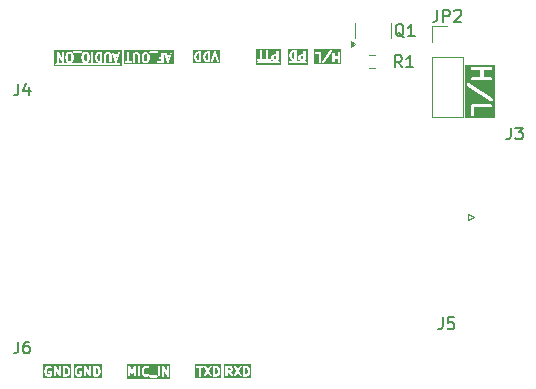
<source format=gbr>
%TF.GenerationSoftware,KiCad,Pcbnew,8.0.4*%
%TF.CreationDate,2024-07-23T12:10:32-05:00*%
%TF.ProjectId,sa8x8-breakout,73613878-382d-4627-9265-616b6f75742e,rev?*%
%TF.SameCoordinates,Original*%
%TF.FileFunction,Legend,Top*%
%TF.FilePolarity,Positive*%
%FSLAX46Y46*%
G04 Gerber Fmt 4.6, Leading zero omitted, Abs format (unit mm)*
G04 Created by KiCad (PCBNEW 8.0.4) date 2024-07-23 12:10:32*
%MOMM*%
%LPD*%
G01*
G04 APERTURE LIST*
%ADD10C,0.187500*%
%ADD11C,0.300000*%
%ADD12C,0.150000*%
%ADD13C,0.120000*%
G04 APERTURE END LIST*
D10*
G36*
X138257977Y-75594181D02*
G01*
X138300285Y-75636490D01*
X138326903Y-75742959D01*
X138326903Y-75969876D01*
X138300285Y-76076345D01*
X138257976Y-76118654D01*
X138219950Y-76137668D01*
X138121357Y-76137668D01*
X138083330Y-76118654D01*
X138041020Y-76076345D01*
X138014403Y-75969875D01*
X138014403Y-75742960D01*
X138041021Y-75636490D01*
X138083331Y-75594180D01*
X138121356Y-75575168D01*
X138219951Y-75575168D01*
X138257977Y-75594181D01*
G37*
G36*
X139615120Y-75594181D02*
G01*
X139657428Y-75636490D01*
X139684046Y-75742959D01*
X139684046Y-75969876D01*
X139657428Y-76076345D01*
X139615119Y-76118654D01*
X139577093Y-76137668D01*
X139478500Y-76137668D01*
X139440473Y-76118654D01*
X139398163Y-76076345D01*
X139371546Y-75969875D01*
X139371546Y-75742960D01*
X139398164Y-75636490D01*
X139440474Y-75594180D01*
X139478499Y-75575168D01*
X139577094Y-75575168D01*
X139615120Y-75594181D01*
G37*
G36*
X140755475Y-76137668D02*
G01*
X140685868Y-76137668D01*
X140614152Y-76113763D01*
X140569132Y-76068743D01*
X140544822Y-76020124D01*
X140514404Y-75898448D01*
X140514404Y-75814388D01*
X140544822Y-75692712D01*
X140569131Y-75644095D01*
X140614153Y-75599073D01*
X140685868Y-75575168D01*
X140755475Y-75575168D01*
X140755475Y-76137668D01*
G37*
G36*
X142134939Y-75934954D02*
G01*
X142086439Y-75789454D01*
X142183439Y-75789454D01*
X142134939Y-75934954D01*
G37*
G36*
X142571703Y-76627133D02*
G01*
X136881384Y-76627133D01*
X136881384Y-76421343D01*
X136975134Y-76421343D01*
X136975134Y-76457923D01*
X136989133Y-76491718D01*
X137014998Y-76517583D01*
X137048793Y-76531582D01*
X137067083Y-76533383D01*
X142381368Y-76533383D01*
X142399658Y-76531582D01*
X142433453Y-76517583D01*
X142459318Y-76491718D01*
X142473317Y-76457923D01*
X142473317Y-76421343D01*
X142459318Y-76387548D01*
X142433453Y-76361683D01*
X142399658Y-76347684D01*
X142381368Y-76345883D01*
X137067083Y-76345883D01*
X137048793Y-76347684D01*
X137014998Y-76361683D01*
X136989133Y-76387548D01*
X136975134Y-76421343D01*
X136881384Y-76421343D01*
X136881384Y-75481418D01*
X137076904Y-75481418D01*
X137076904Y-76231418D01*
X137078705Y-76249708D01*
X137092704Y-76283503D01*
X137118569Y-76309368D01*
X137152364Y-76323367D01*
X137188944Y-76323367D01*
X137222739Y-76309368D01*
X137248604Y-76283503D01*
X137262603Y-76249708D01*
X137264404Y-76231418D01*
X137264404Y-75834440D01*
X137517827Y-76277931D01*
X137520564Y-76281787D01*
X137521275Y-76283503D01*
X137523022Y-76285250D01*
X137528465Y-76292918D01*
X137538325Y-76300553D01*
X137547140Y-76309368D01*
X137552662Y-76311655D01*
X137557387Y-76315314D01*
X137569411Y-76318593D01*
X137580935Y-76323367D01*
X137586912Y-76323367D01*
X137592676Y-76324939D01*
X137605042Y-76323367D01*
X137617515Y-76323367D01*
X137623037Y-76321079D01*
X137628964Y-76320326D01*
X137639790Y-76314139D01*
X137651310Y-76309368D01*
X137655533Y-76305144D01*
X137660725Y-76302178D01*
X137668360Y-76292317D01*
X137677175Y-76283503D01*
X137679462Y-76277980D01*
X137683121Y-76273256D01*
X137686400Y-76261231D01*
X137691174Y-76249708D01*
X137692095Y-76240351D01*
X137692746Y-76237966D01*
X137692511Y-76236122D01*
X137692975Y-76231418D01*
X137692975Y-75731418D01*
X137826903Y-75731418D01*
X137826903Y-75981418D01*
X137827216Y-75984605D01*
X137827013Y-75985975D01*
X137828026Y-75992827D01*
X137828704Y-75999708D01*
X137829233Y-76000985D01*
X137829702Y-76004156D01*
X137865417Y-76147013D01*
X137871601Y-76164320D01*
X137875749Y-76169919D01*
X137878417Y-76176359D01*
X137890076Y-76190566D01*
X137961504Y-76261995D01*
X137968693Y-76267894D01*
X137970316Y-76269766D01*
X137973137Y-76271542D01*
X137975711Y-76273654D01*
X137977996Y-76274600D01*
X137985870Y-76279557D01*
X138057299Y-76315271D01*
X138074464Y-76321839D01*
X138077822Y-76322077D01*
X138080935Y-76323367D01*
X138099225Y-76325168D01*
X138242082Y-76325168D01*
X138260372Y-76323367D01*
X138263484Y-76322077D01*
X138266843Y-76321839D01*
X138284008Y-76315271D01*
X138355437Y-76279557D01*
X138363310Y-76274600D01*
X138365596Y-76273654D01*
X138368169Y-76271542D01*
X138370991Y-76269766D01*
X138372613Y-76267894D01*
X138379803Y-76261995D01*
X138451231Y-76190566D01*
X138462890Y-76176359D01*
X138465556Y-76169921D01*
X138469707Y-76164320D01*
X138475890Y-76147013D01*
X138511604Y-76004155D01*
X138512072Y-76000985D01*
X138512602Y-75999708D01*
X138513279Y-75992824D01*
X138514293Y-75985974D01*
X138514089Y-75984604D01*
X138514403Y-75981418D01*
X138514403Y-75731418D01*
X139184046Y-75731418D01*
X139184046Y-75981418D01*
X139184359Y-75984605D01*
X139184156Y-75985975D01*
X139185169Y-75992827D01*
X139185847Y-75999708D01*
X139186376Y-76000985D01*
X139186845Y-76004156D01*
X139222560Y-76147013D01*
X139228744Y-76164320D01*
X139232892Y-76169919D01*
X139235560Y-76176359D01*
X139247219Y-76190566D01*
X139318647Y-76261995D01*
X139325836Y-76267894D01*
X139327459Y-76269766D01*
X139330280Y-76271542D01*
X139332854Y-76273654D01*
X139335139Y-76274600D01*
X139343013Y-76279557D01*
X139414442Y-76315271D01*
X139431607Y-76321839D01*
X139434965Y-76322077D01*
X139438078Y-76323367D01*
X139456368Y-76325168D01*
X139599225Y-76325168D01*
X139617515Y-76323367D01*
X139620627Y-76322077D01*
X139623986Y-76321839D01*
X139641151Y-76315271D01*
X139712580Y-76279557D01*
X139720453Y-76274600D01*
X139722739Y-76273654D01*
X139725312Y-76271542D01*
X139728134Y-76269766D01*
X139729756Y-76267894D01*
X139736946Y-76261995D01*
X139808374Y-76190566D01*
X139820033Y-76176359D01*
X139822699Y-76169921D01*
X139826850Y-76164320D01*
X139833033Y-76147013D01*
X139868747Y-76004155D01*
X139869215Y-76000985D01*
X139869745Y-75999708D01*
X139870422Y-75992824D01*
X139871436Y-75985974D01*
X139871232Y-75984604D01*
X139871546Y-75981418D01*
X139871546Y-75731418D01*
X139871232Y-75728231D01*
X139871436Y-75726862D01*
X139870422Y-75720011D01*
X139869745Y-75713128D01*
X139869215Y-75711850D01*
X139868747Y-75708681D01*
X139833033Y-75565823D01*
X139826850Y-75548516D01*
X139822698Y-75542913D01*
X139820032Y-75536476D01*
X139808373Y-75522269D01*
X139767521Y-75481418D01*
X140005475Y-75481418D01*
X140005475Y-76231418D01*
X140007276Y-76249708D01*
X140021275Y-76283503D01*
X140047140Y-76309368D01*
X140080935Y-76323367D01*
X140117515Y-76323367D01*
X140151310Y-76309368D01*
X140177175Y-76283503D01*
X140191174Y-76249708D01*
X140192975Y-76231418D01*
X140192975Y-75802847D01*
X140326904Y-75802847D01*
X140326904Y-75909990D01*
X140327217Y-75913177D01*
X140327014Y-75914547D01*
X140328027Y-75921399D01*
X140328705Y-75928280D01*
X140329234Y-75929557D01*
X140329703Y-75932728D01*
X140365417Y-76075585D01*
X140365899Y-76076934D01*
X140365947Y-76077609D01*
X140368855Y-76085208D01*
X140371600Y-76092892D01*
X140372003Y-76093436D01*
X140372515Y-76094773D01*
X140408229Y-76166201D01*
X140413182Y-76174070D01*
X140414131Y-76176360D01*
X140416245Y-76178936D01*
X140418020Y-76181755D01*
X140419890Y-76183377D01*
X140425791Y-76190566D01*
X140497220Y-76261995D01*
X140511426Y-76273655D01*
X140514538Y-76274944D01*
X140517083Y-76277151D01*
X140533865Y-76284643D01*
X140641008Y-76320357D01*
X140650074Y-76322418D01*
X140652364Y-76323367D01*
X140655682Y-76323693D01*
X140658929Y-76324432D01*
X140661397Y-76324256D01*
X140670654Y-76325168D01*
X140849225Y-76325168D01*
X140867515Y-76323367D01*
X140901310Y-76309368D01*
X140927175Y-76283503D01*
X140941174Y-76249708D01*
X140942975Y-76231418D01*
X140942975Y-75624275D01*
X141112618Y-75624275D01*
X141112618Y-76231418D01*
X141114419Y-76249708D01*
X141128418Y-76283503D01*
X141154283Y-76309368D01*
X141188078Y-76323367D01*
X141224658Y-76323367D01*
X141258453Y-76309368D01*
X141284318Y-76283503D01*
X141298317Y-76249708D01*
X141300118Y-76231418D01*
X141300118Y-75646407D01*
X141319132Y-75608379D01*
X141333329Y-75594181D01*
X141371356Y-75575168D01*
X141469951Y-75575168D01*
X141507977Y-75594181D01*
X141522175Y-75608379D01*
X141541189Y-75646407D01*
X141541189Y-76231418D01*
X141542990Y-76249708D01*
X141556989Y-76283503D01*
X141582854Y-76309368D01*
X141616649Y-76323367D01*
X141653229Y-76323367D01*
X141687024Y-76309368D01*
X141712889Y-76283503D01*
X141726888Y-76249708D01*
X141728689Y-76231418D01*
X141728689Y-75624275D01*
X141726888Y-75605985D01*
X141725598Y-75602872D01*
X141725360Y-75599513D01*
X141718792Y-75582349D01*
X141683078Y-75510921D01*
X141678124Y-75503051D01*
X141677176Y-75500762D01*
X141675061Y-75498185D01*
X141673287Y-75495367D01*
X141671416Y-75493744D01*
X141670923Y-75493143D01*
X141791925Y-75493143D01*
X141796000Y-75511064D01*
X142046000Y-76261064D01*
X142053492Y-76277846D01*
X142057882Y-76282907D01*
X142060877Y-76288897D01*
X142069757Y-76296599D01*
X142077460Y-76305480D01*
X142083448Y-76308474D01*
X142088511Y-76312865D01*
X142099668Y-76316584D01*
X142110177Y-76321838D01*
X142116856Y-76322312D01*
X142123214Y-76324432D01*
X142134941Y-76323598D01*
X142146664Y-76324432D01*
X142153018Y-76322313D01*
X142159701Y-76321839D01*
X142170217Y-76316580D01*
X142181367Y-76312864D01*
X142186426Y-76308475D01*
X142192418Y-76305480D01*
X142200121Y-76296598D01*
X142209001Y-76288897D01*
X142211995Y-76282908D01*
X142216386Y-76277846D01*
X142223878Y-76261064D01*
X142473878Y-75511065D01*
X142477953Y-75493144D01*
X142475359Y-75456656D01*
X142459001Y-75423939D01*
X142431367Y-75399972D01*
X142396664Y-75388404D01*
X142360177Y-75390998D01*
X142327460Y-75407356D01*
X142303492Y-75434990D01*
X142296000Y-75451772D01*
X142245939Y-75601954D01*
X142023939Y-75601954D01*
X141973878Y-75451772D01*
X141966386Y-75434990D01*
X141942418Y-75407356D01*
X141909701Y-75390997D01*
X141873214Y-75388404D01*
X141838511Y-75399971D01*
X141810877Y-75423939D01*
X141794518Y-75456656D01*
X141791925Y-75493143D01*
X141670923Y-75493143D01*
X141665516Y-75486556D01*
X141629802Y-75450842D01*
X141622613Y-75444941D01*
X141620991Y-75443071D01*
X141618173Y-75441297D01*
X141615596Y-75439182D01*
X141613304Y-75438232D01*
X141605437Y-75433281D01*
X141534009Y-75397566D01*
X141516844Y-75390997D01*
X141513484Y-75390758D01*
X141510372Y-75389469D01*
X141492082Y-75387668D01*
X141349225Y-75387668D01*
X141330935Y-75389469D01*
X141327822Y-75390758D01*
X141324462Y-75390997D01*
X141307298Y-75397566D01*
X141235869Y-75433281D01*
X141228001Y-75438233D01*
X141225711Y-75439182D01*
X141223133Y-75441297D01*
X141220316Y-75443071D01*
X141218693Y-75444941D01*
X141211505Y-75450842D01*
X141175791Y-75486556D01*
X141169890Y-75493744D01*
X141168020Y-75495367D01*
X141166245Y-75498185D01*
X141164131Y-75500762D01*
X141163182Y-75503051D01*
X141158229Y-75510921D01*
X141122515Y-75582349D01*
X141115947Y-75599513D01*
X141115708Y-75602872D01*
X141114419Y-75605985D01*
X141112618Y-75624275D01*
X140942975Y-75624275D01*
X140942975Y-75481418D01*
X140941174Y-75463128D01*
X140927175Y-75429333D01*
X140901310Y-75403468D01*
X140867515Y-75389469D01*
X140849225Y-75387668D01*
X140670654Y-75387668D01*
X140661397Y-75388579D01*
X140658928Y-75388404D01*
X140655680Y-75389142D01*
X140652364Y-75389469D01*
X140650075Y-75390416D01*
X140641007Y-75392479D01*
X140533864Y-75428194D01*
X140517082Y-75435687D01*
X140514538Y-75437893D01*
X140511427Y-75439182D01*
X140497220Y-75450841D01*
X140425791Y-75522269D01*
X140419891Y-75529458D01*
X140418020Y-75531081D01*
X140416243Y-75533902D01*
X140414132Y-75536476D01*
X140413185Y-75538761D01*
X140408229Y-75546635D01*
X140372515Y-75618064D01*
X140372003Y-75619400D01*
X140371600Y-75619945D01*
X140368852Y-75627636D01*
X140365947Y-75635229D01*
X140365899Y-75635902D01*
X140365417Y-75637252D01*
X140329703Y-75780109D01*
X140329234Y-75783279D01*
X140328705Y-75784557D01*
X140328027Y-75791437D01*
X140327014Y-75798290D01*
X140327217Y-75799659D01*
X140326904Y-75802847D01*
X140192975Y-75802847D01*
X140192975Y-75481418D01*
X140191174Y-75463128D01*
X140177175Y-75429333D01*
X140151310Y-75403468D01*
X140117515Y-75389469D01*
X140080935Y-75389469D01*
X140047140Y-75403468D01*
X140021275Y-75429333D01*
X140007276Y-75463128D01*
X140005475Y-75481418D01*
X139767521Y-75481418D01*
X139736945Y-75450842D01*
X139729756Y-75444941D01*
X139728134Y-75443071D01*
X139725316Y-75441297D01*
X139722739Y-75439182D01*
X139720447Y-75438232D01*
X139712580Y-75433281D01*
X139641152Y-75397566D01*
X139623987Y-75390997D01*
X139620627Y-75390758D01*
X139617515Y-75389469D01*
X139599225Y-75387668D01*
X139456368Y-75387668D01*
X139438078Y-75389469D01*
X139434965Y-75390758D01*
X139431605Y-75390997D01*
X139414441Y-75397566D01*
X139343012Y-75433281D01*
X139335139Y-75438236D01*
X139332854Y-75439183D01*
X139330280Y-75441295D01*
X139327459Y-75443071D01*
X139325836Y-75444942D01*
X139318647Y-75450842D01*
X139247220Y-75522270D01*
X139235560Y-75536476D01*
X139232891Y-75542918D01*
X139228744Y-75548516D01*
X139222560Y-75565823D01*
X139186845Y-75708680D01*
X139186376Y-75711850D01*
X139185847Y-75713128D01*
X139185169Y-75720008D01*
X139184156Y-75726861D01*
X139184359Y-75728230D01*
X139184046Y-75731418D01*
X138514403Y-75731418D01*
X138514089Y-75728231D01*
X138514293Y-75726862D01*
X138513279Y-75720011D01*
X138512602Y-75713128D01*
X138512072Y-75711850D01*
X138511604Y-75708681D01*
X138475890Y-75565823D01*
X138469707Y-75548516D01*
X138465555Y-75542913D01*
X138462889Y-75536476D01*
X138451230Y-75522269D01*
X138379802Y-75450842D01*
X138372613Y-75444941D01*
X138370991Y-75443071D01*
X138368173Y-75441297D01*
X138365596Y-75439182D01*
X138363304Y-75438232D01*
X138355437Y-75433281D01*
X138284009Y-75397566D01*
X138268681Y-75391700D01*
X138471562Y-75391700D01*
X138471562Y-75428280D01*
X138485561Y-75462075D01*
X138511426Y-75487940D01*
X138545221Y-75501939D01*
X138563511Y-75503740D01*
X139134940Y-75503740D01*
X139153230Y-75501939D01*
X139187025Y-75487940D01*
X139212890Y-75462075D01*
X139226889Y-75428280D01*
X139226889Y-75391700D01*
X139212890Y-75357905D01*
X139187025Y-75332040D01*
X139153230Y-75318041D01*
X139134940Y-75316240D01*
X138563511Y-75316240D01*
X138545221Y-75318041D01*
X138511426Y-75332040D01*
X138485561Y-75357905D01*
X138471562Y-75391700D01*
X138268681Y-75391700D01*
X138266844Y-75390997D01*
X138263484Y-75390758D01*
X138260372Y-75389469D01*
X138242082Y-75387668D01*
X138099225Y-75387668D01*
X138080935Y-75389469D01*
X138077822Y-75390758D01*
X138074462Y-75390997D01*
X138057298Y-75397566D01*
X137985869Y-75433281D01*
X137977996Y-75438236D01*
X137975711Y-75439183D01*
X137973137Y-75441295D01*
X137970316Y-75443071D01*
X137968693Y-75444942D01*
X137961504Y-75450842D01*
X137890077Y-75522270D01*
X137878417Y-75536476D01*
X137875748Y-75542918D01*
X137871601Y-75548516D01*
X137865417Y-75565823D01*
X137829702Y-75708680D01*
X137829233Y-75711850D01*
X137828704Y-75713128D01*
X137828026Y-75720008D01*
X137827013Y-75726861D01*
X137827216Y-75728230D01*
X137826903Y-75731418D01*
X137692975Y-75731418D01*
X137692975Y-75481418D01*
X137691174Y-75463128D01*
X137677175Y-75429333D01*
X137651310Y-75403468D01*
X137617515Y-75389469D01*
X137580935Y-75389469D01*
X137547140Y-75403468D01*
X137521275Y-75429333D01*
X137507276Y-75463128D01*
X137505475Y-75481418D01*
X137505475Y-75878395D01*
X137252052Y-75434905D01*
X137249314Y-75431048D01*
X137248604Y-75429333D01*
X137246856Y-75427585D01*
X137241414Y-75419918D01*
X137231553Y-75412282D01*
X137222739Y-75403468D01*
X137217216Y-75401180D01*
X137212492Y-75397522D01*
X137200467Y-75394242D01*
X137188944Y-75389469D01*
X137182966Y-75389469D01*
X137177202Y-75387897D01*
X137164836Y-75389469D01*
X137152364Y-75389469D01*
X137146841Y-75391756D01*
X137140915Y-75392510D01*
X137130088Y-75398696D01*
X137118569Y-75403468D01*
X137114345Y-75407691D01*
X137109154Y-75410658D01*
X137101518Y-75420518D01*
X137092704Y-75429333D01*
X137090416Y-75434855D01*
X137086758Y-75439580D01*
X137083478Y-75451604D01*
X137078705Y-75463128D01*
X137077783Y-75472484D01*
X137077133Y-75474870D01*
X137077367Y-75476713D01*
X137076904Y-75481418D01*
X136881384Y-75481418D01*
X136881384Y-75222490D01*
X142571703Y-75222490D01*
X142571703Y-76627133D01*
G37*
G36*
X155685007Y-75973644D02*
G01*
X155515175Y-75973644D01*
X155477145Y-75954629D01*
X155462950Y-75940434D01*
X155443936Y-75902405D01*
X155443936Y-75839526D01*
X155462950Y-75801497D01*
X155477146Y-75787300D01*
X155515175Y-75768287D01*
X155685007Y-75768287D01*
X155685007Y-75973644D01*
G37*
G36*
X156068028Y-76463109D02*
G01*
X153950201Y-76463109D01*
X153950201Y-76257319D01*
X154047522Y-76257319D01*
X154047522Y-76293899D01*
X154061521Y-76327694D01*
X154087386Y-76353559D01*
X154121181Y-76367558D01*
X154139471Y-76369359D01*
X155882329Y-76369359D01*
X155900619Y-76367558D01*
X155934414Y-76353559D01*
X155960279Y-76327694D01*
X155974278Y-76293899D01*
X155974278Y-76257319D01*
X155960279Y-76223524D01*
X155934414Y-76197659D01*
X155900619Y-76183660D01*
X155882329Y-76181859D01*
X154139471Y-76181859D01*
X154121181Y-76183660D01*
X154087386Y-76197659D01*
X154061521Y-76223524D01*
X154047522Y-76257319D01*
X153950201Y-76257319D01*
X153950201Y-76049104D01*
X154043951Y-76049104D01*
X154043951Y-76085684D01*
X154057950Y-76119479D01*
X154083815Y-76145344D01*
X154117610Y-76159343D01*
X154135900Y-76161144D01*
X154564471Y-76161144D01*
X154582761Y-76159343D01*
X154616556Y-76145344D01*
X154635900Y-76126000D01*
X154655244Y-76145344D01*
X154689039Y-76159343D01*
X154707329Y-76161144D01*
X155135900Y-76161144D01*
X155154190Y-76159343D01*
X155187985Y-76145344D01*
X155213850Y-76119479D01*
X155227849Y-76085684D01*
X155227849Y-76049104D01*
X155213850Y-76015309D01*
X155187985Y-75989444D01*
X155154190Y-75975445D01*
X155135900Y-75973644D01*
X155015364Y-75973644D01*
X155015364Y-75817394D01*
X155256436Y-75817394D01*
X155256436Y-75924537D01*
X155258237Y-75942827D01*
X155259526Y-75945939D01*
X155259765Y-75949298D01*
X155266333Y-75966463D01*
X155302047Y-76037892D01*
X155307000Y-76045761D01*
X155307949Y-76048051D01*
X155310063Y-76050627D01*
X155311838Y-76053446D01*
X155313708Y-76055068D01*
X155319609Y-76062257D01*
X155355323Y-76097971D01*
X155362511Y-76103871D01*
X155364134Y-76105742D01*
X155366952Y-76107516D01*
X155369529Y-76109631D01*
X155371818Y-76110579D01*
X155379688Y-76115533D01*
X155451117Y-76151247D01*
X155468282Y-76157815D01*
X155471640Y-76158053D01*
X155474753Y-76159343D01*
X155493043Y-76161144D01*
X155778757Y-76161144D01*
X155797047Y-76159343D01*
X155830842Y-76145344D01*
X155856707Y-76119479D01*
X155870706Y-76085684D01*
X155872507Y-76067394D01*
X155872507Y-75317394D01*
X155870706Y-75299104D01*
X155856707Y-75265309D01*
X155830842Y-75239444D01*
X155797047Y-75225445D01*
X155760467Y-75225445D01*
X155726672Y-75239444D01*
X155700807Y-75265309D01*
X155686808Y-75299104D01*
X155685007Y-75317394D01*
X155685007Y-75580787D01*
X155493043Y-75580787D01*
X155474753Y-75582588D01*
X155471640Y-75583877D01*
X155468282Y-75584116D01*
X155451117Y-75590684D01*
X155379688Y-75626398D01*
X155371815Y-75631353D01*
X155369528Y-75632301D01*
X155366953Y-75634414D01*
X155364134Y-75636189D01*
X155362510Y-75638060D01*
X155355322Y-75643961D01*
X155319608Y-75679676D01*
X155313709Y-75686862D01*
X155311838Y-75688486D01*
X155310061Y-75691307D01*
X155307949Y-75693882D01*
X155307001Y-75696168D01*
X155302047Y-75704040D01*
X155266333Y-75775468D01*
X155259765Y-75792632D01*
X155259526Y-75795991D01*
X155258237Y-75799104D01*
X155256436Y-75817394D01*
X155015364Y-75817394D01*
X155015364Y-75317394D01*
X155013563Y-75299104D01*
X154999564Y-75265309D01*
X154973699Y-75239444D01*
X154939904Y-75225445D01*
X154903324Y-75225445D01*
X154869529Y-75239444D01*
X154843664Y-75265309D01*
X154829665Y-75299104D01*
X154827864Y-75317394D01*
X154827864Y-75973644D01*
X154707329Y-75973644D01*
X154689039Y-75975445D01*
X154655244Y-75989444D01*
X154635900Y-76008788D01*
X154616556Y-75989444D01*
X154582761Y-75975445D01*
X154564471Y-75973644D01*
X154443935Y-75973644D01*
X154443935Y-75317394D01*
X154442134Y-75299104D01*
X154428135Y-75265309D01*
X154402270Y-75239444D01*
X154368475Y-75225445D01*
X154331895Y-75225445D01*
X154298100Y-75239444D01*
X154272235Y-75265309D01*
X154258236Y-75299104D01*
X154256435Y-75317394D01*
X154256435Y-75973644D01*
X154135900Y-75973644D01*
X154117610Y-75975445D01*
X154083815Y-75989444D01*
X154057950Y-76015309D01*
X154043951Y-76049104D01*
X153950201Y-76049104D01*
X153950201Y-75131695D01*
X156068028Y-75131695D01*
X156068028Y-76463109D01*
G37*
G36*
X161142836Y-76448072D02*
G01*
X158841066Y-76448072D01*
X158841066Y-75456567D01*
X158934816Y-75456567D01*
X158934816Y-75493147D01*
X158948815Y-75526942D01*
X158974680Y-75552807D01*
X159008475Y-75566806D01*
X159026765Y-75568607D01*
X159290158Y-75568607D01*
X159290158Y-76224857D01*
X159291959Y-76243147D01*
X159305958Y-76276942D01*
X159331823Y-76302807D01*
X159365618Y-76316806D01*
X159402198Y-76316806D01*
X159435993Y-76302807D01*
X159461858Y-76276942D01*
X159468598Y-76260670D01*
X159540158Y-76260670D01*
X159547332Y-76296539D01*
X159567686Y-76326933D01*
X159598122Y-76347224D01*
X159634006Y-76354322D01*
X159669875Y-76347148D01*
X159700269Y-76326794D01*
X159711913Y-76312575D01*
X160270391Y-75474857D01*
X160433015Y-75474857D01*
X160433015Y-76224857D01*
X160434816Y-76243147D01*
X160448815Y-76276942D01*
X160474680Y-76302807D01*
X160508475Y-76316806D01*
X160545055Y-76316806D01*
X160578850Y-76302807D01*
X160604715Y-76276942D01*
X160618714Y-76243147D01*
X160620515Y-76224857D01*
X160620515Y-75961464D01*
X160861586Y-75961464D01*
X160861586Y-76224857D01*
X160863387Y-76243147D01*
X160877386Y-76276942D01*
X160903251Y-76302807D01*
X160937046Y-76316806D01*
X160973626Y-76316806D01*
X161007421Y-76302807D01*
X161033286Y-76276942D01*
X161047285Y-76243147D01*
X161049086Y-76224857D01*
X161049086Y-75474857D01*
X161047285Y-75456567D01*
X161033286Y-75422772D01*
X161007421Y-75396907D01*
X160973626Y-75382908D01*
X160937046Y-75382908D01*
X160903251Y-75396907D01*
X160877386Y-75422772D01*
X160863387Y-75456567D01*
X160861586Y-75474857D01*
X160861586Y-75773964D01*
X160620515Y-75773964D01*
X160620515Y-75474857D01*
X160618714Y-75456567D01*
X160604715Y-75422772D01*
X160578850Y-75396907D01*
X160545055Y-75382908D01*
X160508475Y-75382908D01*
X160474680Y-75396907D01*
X160448815Y-75422772D01*
X160434816Y-75456567D01*
X160433015Y-75474857D01*
X160270391Y-75474857D01*
X160354770Y-75348289D01*
X160363416Y-75332072D01*
X160370515Y-75296188D01*
X160363341Y-75260320D01*
X160342987Y-75229926D01*
X160312551Y-75209635D01*
X160276666Y-75202536D01*
X160240798Y-75209710D01*
X160210404Y-75230064D01*
X160198760Y-75244283D01*
X159555903Y-76208569D01*
X159547256Y-76224786D01*
X159540158Y-76260670D01*
X159468598Y-76260670D01*
X159475857Y-76243147D01*
X159477658Y-76224857D01*
X159477658Y-75474857D01*
X159475857Y-75456567D01*
X159461858Y-75422772D01*
X159435993Y-75396907D01*
X159402198Y-75382908D01*
X159383908Y-75381107D01*
X159026765Y-75381107D01*
X159008475Y-75382908D01*
X158974680Y-75396907D01*
X158948815Y-75422772D01*
X158934816Y-75456567D01*
X158841066Y-75456567D01*
X158841066Y-75108786D01*
X161142836Y-75108786D01*
X161142836Y-76448072D01*
G37*
G36*
X153167206Y-102163370D02*
G01*
X153212227Y-102208391D01*
X153236535Y-102257008D01*
X153266955Y-102378685D01*
X153266955Y-102462745D01*
X153236535Y-102584422D01*
X153212226Y-102633041D01*
X153167206Y-102678061D01*
X153095492Y-102701966D01*
X153025884Y-102701966D01*
X153025884Y-102139466D01*
X153095492Y-102139466D01*
X153167206Y-102163370D01*
G37*
G36*
X151769459Y-102158480D02*
G01*
X151783654Y-102172675D01*
X151802669Y-102210704D01*
X151802669Y-102273584D01*
X151783654Y-102311612D01*
X151769458Y-102325809D01*
X151731430Y-102344823D01*
X151561598Y-102344823D01*
X151561598Y-102139466D01*
X151731430Y-102139466D01*
X151769459Y-102158480D01*
G37*
G36*
X153548205Y-102983216D02*
G01*
X151280348Y-102983216D01*
X151280348Y-102045716D01*
X151374098Y-102045716D01*
X151374098Y-102795716D01*
X151375899Y-102814006D01*
X151389898Y-102847801D01*
X151415763Y-102873666D01*
X151449558Y-102887665D01*
X151486138Y-102887665D01*
X151519933Y-102873666D01*
X151545798Y-102847801D01*
X151559797Y-102814006D01*
X151561598Y-102795716D01*
X151561598Y-102532323D01*
X151597608Y-102532323D01*
X151819616Y-102849478D01*
X151831580Y-102863429D01*
X151862429Y-102883087D01*
X151898451Y-102889444D01*
X151934165Y-102881533D01*
X151964132Y-102860555D01*
X151983790Y-102829707D01*
X151990147Y-102793685D01*
X151982235Y-102757971D01*
X151973222Y-102741954D01*
X151813313Y-102513513D01*
X151866917Y-102486712D01*
X151874789Y-102481756D01*
X151877077Y-102480809D01*
X151879651Y-102478695D01*
X151882471Y-102476921D01*
X151884094Y-102475049D01*
X151891283Y-102469149D01*
X151926997Y-102433434D01*
X151932896Y-102426245D01*
X151934767Y-102424624D01*
X151936540Y-102421806D01*
X151938657Y-102419228D01*
X151939605Y-102416937D01*
X151944558Y-102409070D01*
X151980272Y-102337642D01*
X151986840Y-102320478D01*
X151987078Y-102317118D01*
X151988368Y-102314006D01*
X151990169Y-102295716D01*
X151990169Y-102188573D01*
X151988368Y-102170283D01*
X151987078Y-102167170D01*
X151986840Y-102163812D01*
X151980272Y-102146647D01*
X151944558Y-102075218D01*
X151939604Y-102067348D01*
X151938656Y-102065059D01*
X151936541Y-102062482D01*
X151934767Y-102059664D01*
X151932896Y-102058041D01*
X151926996Y-102050853D01*
X151921761Y-102045618D01*
X152052669Y-102045618D01*
X152059767Y-102081502D01*
X152068414Y-102097719D01*
X152283745Y-102420716D01*
X152068414Y-102743713D01*
X152059767Y-102759930D01*
X152052669Y-102795814D01*
X152059843Y-102831683D01*
X152080197Y-102862077D01*
X152110633Y-102882368D01*
X152146517Y-102889466D01*
X152182386Y-102882292D01*
X152212780Y-102861938D01*
X152224424Y-102847719D01*
X152396419Y-102589726D01*
X152568414Y-102847719D01*
X152580058Y-102861938D01*
X152610452Y-102882292D01*
X152646321Y-102889466D01*
X152682205Y-102882368D01*
X152712641Y-102862077D01*
X152732995Y-102831683D01*
X152740169Y-102795815D01*
X152733071Y-102759930D01*
X152724424Y-102743713D01*
X152509092Y-102420716D01*
X152724424Y-102097719D01*
X152733071Y-102081502D01*
X152740149Y-102045716D01*
X152838384Y-102045716D01*
X152838384Y-102795716D01*
X152840185Y-102814006D01*
X152854184Y-102847801D01*
X152880049Y-102873666D01*
X152913844Y-102887665D01*
X152932134Y-102889466D01*
X153110705Y-102889466D01*
X153119961Y-102888554D01*
X153122430Y-102888730D01*
X153125676Y-102887991D01*
X153128995Y-102887665D01*
X153131284Y-102886716D01*
X153140351Y-102884655D01*
X153247495Y-102848941D01*
X153264276Y-102841449D01*
X153266820Y-102839242D01*
X153269933Y-102837953D01*
X153284139Y-102826293D01*
X153355568Y-102754864D01*
X153361468Y-102747675D01*
X153363339Y-102746053D01*
X153365113Y-102743234D01*
X153367228Y-102740658D01*
X153368176Y-102738368D01*
X153373130Y-102730499D01*
X153408844Y-102659070D01*
X153409355Y-102657733D01*
X153409759Y-102657189D01*
X153412506Y-102649497D01*
X153415412Y-102641905D01*
X153415459Y-102641231D01*
X153415942Y-102639882D01*
X153451656Y-102497024D01*
X153452124Y-102493854D01*
X153452654Y-102492577D01*
X153453331Y-102485693D01*
X153454345Y-102478843D01*
X153454141Y-102477473D01*
X153454455Y-102474287D01*
X153454455Y-102367144D01*
X153454141Y-102363957D01*
X153454345Y-102362588D01*
X153453331Y-102355737D01*
X153452654Y-102348854D01*
X153452124Y-102347576D01*
X153451656Y-102344407D01*
X153415942Y-102201549D01*
X153415459Y-102200199D01*
X153415412Y-102199525D01*
X153412503Y-102191925D01*
X153409759Y-102184242D01*
X153409355Y-102183697D01*
X153408844Y-102182361D01*
X153373130Y-102110933D01*
X153368176Y-102103063D01*
X153367228Y-102100774D01*
X153365113Y-102098197D01*
X153363339Y-102095379D01*
X153361468Y-102093756D01*
X153355568Y-102086568D01*
X153284139Y-102015139D01*
X153269933Y-102003479D01*
X153266820Y-102002189D01*
X153264276Y-101999983D01*
X153247495Y-101992491D01*
X153140351Y-101956777D01*
X153131284Y-101954715D01*
X153128995Y-101953767D01*
X153125676Y-101953440D01*
X153122430Y-101952702D01*
X153119961Y-101952877D01*
X153110705Y-101951966D01*
X152932134Y-101951966D01*
X152913844Y-101953767D01*
X152880049Y-101967766D01*
X152854184Y-101993631D01*
X152840185Y-102027426D01*
X152838384Y-102045716D01*
X152740149Y-102045716D01*
X152740169Y-102045617D01*
X152732995Y-102009749D01*
X152712641Y-101979355D01*
X152682205Y-101959064D01*
X152646321Y-101951966D01*
X152610452Y-101959140D01*
X152580058Y-101979494D01*
X152568414Y-101993713D01*
X152396419Y-102251705D01*
X152224424Y-101993713D01*
X152212780Y-101979494D01*
X152182386Y-101959140D01*
X152146517Y-101951966D01*
X152110633Y-101959064D01*
X152080197Y-101979355D01*
X152059843Y-102009749D01*
X152052669Y-102045618D01*
X151921761Y-102045618D01*
X151891282Y-102015139D01*
X151884093Y-102009238D01*
X151882471Y-102007368D01*
X151879652Y-102005593D01*
X151877076Y-102003479D01*
X151874786Y-102002530D01*
X151866917Y-101997577D01*
X151795488Y-101961863D01*
X151778323Y-101955295D01*
X151774964Y-101955056D01*
X151771852Y-101953767D01*
X151753562Y-101951966D01*
X151467848Y-101951966D01*
X151449558Y-101953767D01*
X151415763Y-101967766D01*
X151389898Y-101993631D01*
X151375899Y-102027426D01*
X151374098Y-102045716D01*
X151280348Y-102045716D01*
X151280348Y-101858216D01*
X153548205Y-101858216D01*
X153548205Y-102983216D01*
G37*
G36*
X150626698Y-102163370D02*
G01*
X150671719Y-102208391D01*
X150696027Y-102257008D01*
X150726447Y-102378685D01*
X150726447Y-102462745D01*
X150696027Y-102584422D01*
X150671718Y-102633041D01*
X150626698Y-102678061D01*
X150554984Y-102701966D01*
X150485376Y-102701966D01*
X150485376Y-102139466D01*
X150554984Y-102139466D01*
X150626698Y-102163370D01*
G37*
G36*
X151007697Y-102983216D02*
G01*
X148813069Y-102983216D01*
X148813069Y-102027426D01*
X148906819Y-102027426D01*
X148906819Y-102064006D01*
X148920818Y-102097801D01*
X148946683Y-102123666D01*
X148980478Y-102137665D01*
X148998768Y-102139466D01*
X149119304Y-102139466D01*
X149119304Y-102795716D01*
X149121105Y-102814006D01*
X149135104Y-102847801D01*
X149160969Y-102873666D01*
X149194764Y-102887665D01*
X149231344Y-102887665D01*
X149265139Y-102873666D01*
X149291004Y-102847801D01*
X149305003Y-102814006D01*
X149306804Y-102795716D01*
X149306804Y-102139466D01*
X149427340Y-102139466D01*
X149445630Y-102137665D01*
X149479425Y-102123666D01*
X149505290Y-102097801D01*
X149516926Y-102069709D01*
X149519259Y-102081502D01*
X149527906Y-102097719D01*
X149743237Y-102420716D01*
X149527906Y-102743713D01*
X149519259Y-102759930D01*
X149512161Y-102795814D01*
X149519335Y-102831683D01*
X149539689Y-102862077D01*
X149570125Y-102882368D01*
X149606009Y-102889466D01*
X149641878Y-102882292D01*
X149672272Y-102861938D01*
X149683916Y-102847719D01*
X149855911Y-102589726D01*
X150027906Y-102847719D01*
X150039550Y-102861938D01*
X150069944Y-102882292D01*
X150105813Y-102889466D01*
X150141697Y-102882368D01*
X150172133Y-102862077D01*
X150192487Y-102831683D01*
X150199661Y-102795815D01*
X150192563Y-102759930D01*
X150183916Y-102743713D01*
X149968584Y-102420716D01*
X150183916Y-102097719D01*
X150192563Y-102081502D01*
X150199641Y-102045716D01*
X150297876Y-102045716D01*
X150297876Y-102795716D01*
X150299677Y-102814006D01*
X150313676Y-102847801D01*
X150339541Y-102873666D01*
X150373336Y-102887665D01*
X150391626Y-102889466D01*
X150570197Y-102889466D01*
X150579453Y-102888554D01*
X150581922Y-102888730D01*
X150585168Y-102887991D01*
X150588487Y-102887665D01*
X150590776Y-102886716D01*
X150599843Y-102884655D01*
X150706987Y-102848941D01*
X150723768Y-102841449D01*
X150726312Y-102839242D01*
X150729425Y-102837953D01*
X150743631Y-102826293D01*
X150815060Y-102754864D01*
X150820960Y-102747675D01*
X150822831Y-102746053D01*
X150824605Y-102743234D01*
X150826720Y-102740658D01*
X150827668Y-102738368D01*
X150832622Y-102730499D01*
X150868336Y-102659070D01*
X150868847Y-102657733D01*
X150869251Y-102657189D01*
X150871998Y-102649497D01*
X150874904Y-102641905D01*
X150874951Y-102641231D01*
X150875434Y-102639882D01*
X150911148Y-102497024D01*
X150911616Y-102493854D01*
X150912146Y-102492577D01*
X150912823Y-102485693D01*
X150913837Y-102478843D01*
X150913633Y-102477473D01*
X150913947Y-102474287D01*
X150913947Y-102367144D01*
X150913633Y-102363957D01*
X150913837Y-102362588D01*
X150912823Y-102355737D01*
X150912146Y-102348854D01*
X150911616Y-102347576D01*
X150911148Y-102344407D01*
X150875434Y-102201549D01*
X150874951Y-102200199D01*
X150874904Y-102199525D01*
X150871995Y-102191925D01*
X150869251Y-102184242D01*
X150868847Y-102183697D01*
X150868336Y-102182361D01*
X150832622Y-102110933D01*
X150827668Y-102103063D01*
X150826720Y-102100774D01*
X150824605Y-102098197D01*
X150822831Y-102095379D01*
X150820960Y-102093756D01*
X150815060Y-102086568D01*
X150743631Y-102015139D01*
X150729425Y-102003479D01*
X150726312Y-102002189D01*
X150723768Y-101999983D01*
X150706987Y-101992491D01*
X150599843Y-101956777D01*
X150590776Y-101954715D01*
X150588487Y-101953767D01*
X150585168Y-101953440D01*
X150581922Y-101952702D01*
X150579453Y-101952877D01*
X150570197Y-101951966D01*
X150391626Y-101951966D01*
X150373336Y-101953767D01*
X150339541Y-101967766D01*
X150313676Y-101993631D01*
X150299677Y-102027426D01*
X150297876Y-102045716D01*
X150199641Y-102045716D01*
X150199661Y-102045617D01*
X150192487Y-102009749D01*
X150172133Y-101979355D01*
X150141697Y-101959064D01*
X150105813Y-101951966D01*
X150069944Y-101959140D01*
X150039550Y-101979494D01*
X150027906Y-101993713D01*
X149855911Y-102251705D01*
X149683916Y-101993713D01*
X149672272Y-101979494D01*
X149641878Y-101959140D01*
X149606009Y-101951966D01*
X149570125Y-101959064D01*
X149539689Y-101979355D01*
X149519335Y-102009749D01*
X149516935Y-102021744D01*
X149505290Y-101993631D01*
X149479425Y-101967766D01*
X149445630Y-101953767D01*
X149427340Y-101951966D01*
X148998768Y-101951966D01*
X148980478Y-101953767D01*
X148946683Y-101967766D01*
X148920818Y-101993631D01*
X148906819Y-102027426D01*
X148813069Y-102027426D01*
X148813069Y-101858216D01*
X151007697Y-101858216D01*
X151007697Y-102983216D01*
G37*
G36*
X149154938Y-76072058D02*
G01*
X149085331Y-76072058D01*
X149013615Y-76048153D01*
X148968595Y-76003133D01*
X148944285Y-75954514D01*
X148913867Y-75832838D01*
X148913867Y-75748778D01*
X148944285Y-75627102D01*
X148968594Y-75578485D01*
X149013616Y-75533463D01*
X149085331Y-75509558D01*
X149154938Y-75509558D01*
X149154938Y-76072058D01*
G37*
G36*
X149904938Y-76072058D02*
G01*
X149835331Y-76072058D01*
X149763615Y-76048153D01*
X149718595Y-76003133D01*
X149694285Y-75954514D01*
X149663867Y-75832838D01*
X149663867Y-75748778D01*
X149694285Y-75627102D01*
X149718594Y-75578485D01*
X149763616Y-75533463D01*
X149835331Y-75509558D01*
X149904938Y-75509558D01*
X149904938Y-76072058D01*
G37*
G36*
X150935452Y-76353308D02*
G01*
X148632617Y-76353308D01*
X148632617Y-75737237D01*
X148726367Y-75737237D01*
X148726367Y-75844380D01*
X148726680Y-75847567D01*
X148726477Y-75848937D01*
X148727490Y-75855789D01*
X148728168Y-75862670D01*
X148728697Y-75863947D01*
X148729166Y-75867118D01*
X148764880Y-76009975D01*
X148765362Y-76011324D01*
X148765410Y-76011999D01*
X148768318Y-76019598D01*
X148771063Y-76027282D01*
X148771466Y-76027826D01*
X148771978Y-76029163D01*
X148807692Y-76100591D01*
X148812645Y-76108460D01*
X148813594Y-76110750D01*
X148815708Y-76113326D01*
X148817483Y-76116145D01*
X148819353Y-76117767D01*
X148825254Y-76124956D01*
X148896683Y-76196385D01*
X148910889Y-76208045D01*
X148914001Y-76209334D01*
X148916546Y-76211541D01*
X148933328Y-76219033D01*
X149040471Y-76254747D01*
X149049537Y-76256808D01*
X149051827Y-76257757D01*
X149055145Y-76258083D01*
X149058392Y-76258822D01*
X149060860Y-76258646D01*
X149070117Y-76259558D01*
X149248688Y-76259558D01*
X149266978Y-76257757D01*
X149300773Y-76243758D01*
X149326638Y-76217893D01*
X149340637Y-76184098D01*
X149342438Y-76165808D01*
X149342438Y-75737237D01*
X149476367Y-75737237D01*
X149476367Y-75844380D01*
X149476680Y-75847567D01*
X149476477Y-75848937D01*
X149477490Y-75855789D01*
X149478168Y-75862670D01*
X149478697Y-75863947D01*
X149479166Y-75867118D01*
X149514880Y-76009975D01*
X149515362Y-76011324D01*
X149515410Y-76011999D01*
X149518318Y-76019598D01*
X149521063Y-76027282D01*
X149521466Y-76027826D01*
X149521978Y-76029163D01*
X149557692Y-76100591D01*
X149562645Y-76108460D01*
X149563594Y-76110750D01*
X149565708Y-76113326D01*
X149567483Y-76116145D01*
X149569353Y-76117767D01*
X149575254Y-76124956D01*
X149646683Y-76196385D01*
X149660889Y-76208045D01*
X149664001Y-76209334D01*
X149666546Y-76211541D01*
X149683328Y-76219033D01*
X149790471Y-76254747D01*
X149799537Y-76256808D01*
X149801827Y-76257757D01*
X149805145Y-76258083D01*
X149808392Y-76258822D01*
X149810860Y-76258646D01*
X149820117Y-76259558D01*
X149998688Y-76259558D01*
X150016978Y-76257757D01*
X150050773Y-76243758D01*
X150076638Y-76217893D01*
X150090637Y-76184098D01*
X150092438Y-76165808D01*
X150092438Y-76154083D01*
X150155674Y-76154083D01*
X150158267Y-76190570D01*
X150174626Y-76223287D01*
X150202260Y-76247255D01*
X150236963Y-76258822D01*
X150273450Y-76256229D01*
X150306167Y-76239870D01*
X150330135Y-76212236D01*
X150337627Y-76195454D01*
X150498688Y-75712271D01*
X150659749Y-76195454D01*
X150667241Y-76212236D01*
X150691209Y-76239870D01*
X150723926Y-76256228D01*
X150760413Y-76258822D01*
X150795116Y-76247254D01*
X150822750Y-76223287D01*
X150839108Y-76190570D01*
X150841702Y-76154082D01*
X150837627Y-76136161D01*
X150587627Y-75386162D01*
X150580135Y-75369380D01*
X150575744Y-75364317D01*
X150572750Y-75358329D01*
X150563870Y-75350627D01*
X150556167Y-75341746D01*
X150550175Y-75338750D01*
X150545116Y-75334362D01*
X150533966Y-75330645D01*
X150523450Y-75325387D01*
X150516767Y-75324912D01*
X150510413Y-75322794D01*
X150498690Y-75323627D01*
X150486963Y-75322794D01*
X150480605Y-75324913D01*
X150473926Y-75325388D01*
X150463417Y-75330641D01*
X150452260Y-75334361D01*
X150447197Y-75338751D01*
X150441209Y-75341746D01*
X150433506Y-75350626D01*
X150424626Y-75358329D01*
X150421631Y-75364318D01*
X150417241Y-75369380D01*
X150409749Y-75386162D01*
X150159749Y-76136162D01*
X150155674Y-76154083D01*
X150092438Y-76154083D01*
X150092438Y-75415808D01*
X150090637Y-75397518D01*
X150076638Y-75363723D01*
X150050773Y-75337858D01*
X150016978Y-75323859D01*
X149998688Y-75322058D01*
X149820117Y-75322058D01*
X149810860Y-75322969D01*
X149808391Y-75322794D01*
X149805143Y-75323532D01*
X149801827Y-75323859D01*
X149799538Y-75324806D01*
X149790470Y-75326869D01*
X149683327Y-75362584D01*
X149666545Y-75370077D01*
X149664001Y-75372283D01*
X149660890Y-75373572D01*
X149646683Y-75385231D01*
X149575254Y-75456659D01*
X149569354Y-75463848D01*
X149567483Y-75465471D01*
X149565706Y-75468292D01*
X149563595Y-75470866D01*
X149562648Y-75473151D01*
X149557692Y-75481025D01*
X149521978Y-75552454D01*
X149521466Y-75553790D01*
X149521063Y-75554335D01*
X149518315Y-75562026D01*
X149515410Y-75569619D01*
X149515362Y-75570292D01*
X149514880Y-75571642D01*
X149479166Y-75714499D01*
X149478697Y-75717669D01*
X149478168Y-75718947D01*
X149477490Y-75725827D01*
X149476477Y-75732680D01*
X149476680Y-75734049D01*
X149476367Y-75737237D01*
X149342438Y-75737237D01*
X149342438Y-75415808D01*
X149340637Y-75397518D01*
X149326638Y-75363723D01*
X149300773Y-75337858D01*
X149266978Y-75323859D01*
X149248688Y-75322058D01*
X149070117Y-75322058D01*
X149060860Y-75322969D01*
X149058391Y-75322794D01*
X149055143Y-75323532D01*
X149051827Y-75323859D01*
X149049538Y-75324806D01*
X149040470Y-75326869D01*
X148933327Y-75362584D01*
X148916545Y-75370077D01*
X148914001Y-75372283D01*
X148910890Y-75373572D01*
X148896683Y-75385231D01*
X148825254Y-75456659D01*
X148819354Y-75463848D01*
X148817483Y-75465471D01*
X148815706Y-75468292D01*
X148813595Y-75470866D01*
X148812648Y-75473151D01*
X148807692Y-75481025D01*
X148771978Y-75552454D01*
X148771466Y-75553790D01*
X148771063Y-75554335D01*
X148768315Y-75562026D01*
X148765410Y-75569619D01*
X148765362Y-75570292D01*
X148764880Y-75571642D01*
X148729166Y-75714499D01*
X148728697Y-75717669D01*
X148728168Y-75718947D01*
X148727490Y-75725827D01*
X148726477Y-75732680D01*
X148726680Y-75734049D01*
X148726367Y-75737237D01*
X148632617Y-75737237D01*
X148632617Y-75228308D01*
X150935452Y-75228308D01*
X150935452Y-76353308D01*
G37*
G36*
X137933877Y-102163370D02*
G01*
X137978898Y-102208391D01*
X138003206Y-102257008D01*
X138033626Y-102378685D01*
X138033626Y-102462745D01*
X138003206Y-102584422D01*
X137978897Y-102633041D01*
X137933877Y-102678061D01*
X137862163Y-102701966D01*
X137792555Y-102701966D01*
X137792555Y-102139466D01*
X137862163Y-102139466D01*
X137933877Y-102163370D01*
G37*
G36*
X138314876Y-102983216D02*
G01*
X135939877Y-102983216D01*
X135939877Y-102367144D01*
X136033627Y-102367144D01*
X136033627Y-102474287D01*
X136033940Y-102477474D01*
X136033737Y-102478844D01*
X136034750Y-102485696D01*
X136035428Y-102492577D01*
X136035957Y-102493854D01*
X136036426Y-102497025D01*
X136072140Y-102639882D01*
X136072622Y-102641231D01*
X136072670Y-102641905D01*
X136075575Y-102649497D01*
X136078323Y-102657189D01*
X136078726Y-102657733D01*
X136079238Y-102659070D01*
X136114952Y-102730499D01*
X136119905Y-102738368D01*
X136120854Y-102740658D01*
X136122968Y-102743234D01*
X136124743Y-102746053D01*
X136126613Y-102747675D01*
X136132514Y-102754864D01*
X136203943Y-102826293D01*
X136218149Y-102837953D01*
X136221261Y-102839242D01*
X136223806Y-102841449D01*
X136240588Y-102848941D01*
X136347731Y-102884655D01*
X136356797Y-102886716D01*
X136359087Y-102887665D01*
X136362405Y-102887991D01*
X136365652Y-102888730D01*
X136368120Y-102888554D01*
X136377377Y-102889466D01*
X136448805Y-102889466D01*
X136458061Y-102888554D01*
X136460530Y-102888730D01*
X136463776Y-102887991D01*
X136467095Y-102887665D01*
X136469384Y-102886716D01*
X136478451Y-102884655D01*
X136585595Y-102848941D01*
X136602376Y-102841449D01*
X136604921Y-102839241D01*
X136608034Y-102837952D01*
X136622240Y-102826292D01*
X136657954Y-102790577D01*
X136669614Y-102776371D01*
X136680866Y-102749203D01*
X136683611Y-102742577D01*
X136685412Y-102724287D01*
X136685412Y-102474287D01*
X136683611Y-102455997D01*
X136669612Y-102422202D01*
X136643747Y-102396337D01*
X136609952Y-102382338D01*
X136591662Y-102380537D01*
X136448805Y-102380537D01*
X136430515Y-102382338D01*
X136396720Y-102396337D01*
X136370855Y-102422202D01*
X136356856Y-102455997D01*
X136356856Y-102492577D01*
X136370855Y-102526372D01*
X136396720Y-102552237D01*
X136430515Y-102566236D01*
X136448805Y-102568037D01*
X136497912Y-102568037D01*
X136497912Y-102680526D01*
X136433592Y-102701966D01*
X136392591Y-102701966D01*
X136320875Y-102678061D01*
X136275855Y-102633041D01*
X136251545Y-102584421D01*
X136221127Y-102462745D01*
X136221127Y-102378685D01*
X136251545Y-102257009D01*
X136275855Y-102208391D01*
X136320875Y-102163370D01*
X136392591Y-102139466D01*
X136462388Y-102139466D01*
X136514022Y-102165283D01*
X136531186Y-102171851D01*
X136567674Y-102174444D01*
X136602376Y-102162877D01*
X136630010Y-102138910D01*
X136646369Y-102106192D01*
X136648962Y-102069704D01*
X136640966Y-102045716D01*
X136819341Y-102045716D01*
X136819341Y-102795716D01*
X136821142Y-102814006D01*
X136835141Y-102847801D01*
X136861006Y-102873666D01*
X136894801Y-102887665D01*
X136931381Y-102887665D01*
X136965176Y-102873666D01*
X136991041Y-102847801D01*
X137005040Y-102814006D01*
X137006841Y-102795716D01*
X137006841Y-102398738D01*
X137260264Y-102842229D01*
X137263001Y-102846085D01*
X137263712Y-102847801D01*
X137265459Y-102849548D01*
X137270902Y-102857216D01*
X137280762Y-102864851D01*
X137289577Y-102873666D01*
X137295099Y-102875953D01*
X137299824Y-102879612D01*
X137311848Y-102882891D01*
X137323372Y-102887665D01*
X137329349Y-102887665D01*
X137335113Y-102889237D01*
X137347479Y-102887665D01*
X137359952Y-102887665D01*
X137365474Y-102885377D01*
X137371401Y-102884624D01*
X137382227Y-102878437D01*
X137393747Y-102873666D01*
X137397970Y-102869442D01*
X137403162Y-102866476D01*
X137410797Y-102856615D01*
X137419612Y-102847801D01*
X137421899Y-102842278D01*
X137425558Y-102837554D01*
X137428837Y-102825529D01*
X137433611Y-102814006D01*
X137434532Y-102804649D01*
X137435183Y-102802264D01*
X137434948Y-102800420D01*
X137435412Y-102795716D01*
X137435412Y-102045716D01*
X137605055Y-102045716D01*
X137605055Y-102795716D01*
X137606856Y-102814006D01*
X137620855Y-102847801D01*
X137646720Y-102873666D01*
X137680515Y-102887665D01*
X137698805Y-102889466D01*
X137877376Y-102889466D01*
X137886632Y-102888554D01*
X137889101Y-102888730D01*
X137892347Y-102887991D01*
X137895666Y-102887665D01*
X137897955Y-102886716D01*
X137907022Y-102884655D01*
X138014166Y-102848941D01*
X138030947Y-102841449D01*
X138033491Y-102839242D01*
X138036604Y-102837953D01*
X138050810Y-102826293D01*
X138122239Y-102754864D01*
X138128139Y-102747675D01*
X138130010Y-102746053D01*
X138131784Y-102743234D01*
X138133899Y-102740658D01*
X138134847Y-102738368D01*
X138139801Y-102730499D01*
X138175515Y-102659070D01*
X138176026Y-102657733D01*
X138176430Y-102657189D01*
X138179177Y-102649497D01*
X138182083Y-102641905D01*
X138182130Y-102641231D01*
X138182613Y-102639882D01*
X138218327Y-102497024D01*
X138218795Y-102493854D01*
X138219325Y-102492577D01*
X138220002Y-102485693D01*
X138221016Y-102478843D01*
X138220812Y-102477473D01*
X138221126Y-102474287D01*
X138221126Y-102367144D01*
X138220812Y-102363957D01*
X138221016Y-102362588D01*
X138220002Y-102355737D01*
X138219325Y-102348854D01*
X138218795Y-102347576D01*
X138218327Y-102344407D01*
X138182613Y-102201549D01*
X138182130Y-102200199D01*
X138182083Y-102199525D01*
X138179174Y-102191925D01*
X138176430Y-102184242D01*
X138176026Y-102183697D01*
X138175515Y-102182361D01*
X138139801Y-102110933D01*
X138134847Y-102103063D01*
X138133899Y-102100774D01*
X138131784Y-102098197D01*
X138130010Y-102095379D01*
X138128139Y-102093756D01*
X138122239Y-102086568D01*
X138050810Y-102015139D01*
X138036604Y-102003479D01*
X138033491Y-102002189D01*
X138030947Y-101999983D01*
X138014166Y-101992491D01*
X137907022Y-101956777D01*
X137897955Y-101954715D01*
X137895666Y-101953767D01*
X137892347Y-101953440D01*
X137889101Y-101952702D01*
X137886632Y-101952877D01*
X137877376Y-101951966D01*
X137698805Y-101951966D01*
X137680515Y-101953767D01*
X137646720Y-101967766D01*
X137620855Y-101993631D01*
X137606856Y-102027426D01*
X137605055Y-102045716D01*
X137435412Y-102045716D01*
X137433611Y-102027426D01*
X137419612Y-101993631D01*
X137393747Y-101967766D01*
X137359952Y-101953767D01*
X137323372Y-101953767D01*
X137289577Y-101967766D01*
X137263712Y-101993631D01*
X137249713Y-102027426D01*
X137247912Y-102045716D01*
X137247912Y-102442693D01*
X136994489Y-101999203D01*
X136991751Y-101995346D01*
X136991041Y-101993631D01*
X136989293Y-101991883D01*
X136983851Y-101984216D01*
X136973990Y-101976580D01*
X136965176Y-101967766D01*
X136959653Y-101965478D01*
X136954929Y-101961820D01*
X136942904Y-101958540D01*
X136931381Y-101953767D01*
X136925403Y-101953767D01*
X136919639Y-101952195D01*
X136907273Y-101953767D01*
X136894801Y-101953767D01*
X136889278Y-101956054D01*
X136883352Y-101956808D01*
X136872525Y-101962994D01*
X136861006Y-101967766D01*
X136856782Y-101971989D01*
X136851591Y-101974956D01*
X136843955Y-101984816D01*
X136835141Y-101993631D01*
X136832853Y-101999153D01*
X136829195Y-102003878D01*
X136825915Y-102015902D01*
X136821142Y-102027426D01*
X136820220Y-102036782D01*
X136819570Y-102039168D01*
X136819804Y-102041011D01*
X136819341Y-102045716D01*
X136640966Y-102045716D01*
X136637395Y-102035003D01*
X136613428Y-102007368D01*
X136597874Y-101997577D01*
X136526446Y-101961863D01*
X136509282Y-101955295D01*
X136505922Y-101955056D01*
X136502810Y-101953767D01*
X136484520Y-101951966D01*
X136377377Y-101951966D01*
X136368120Y-101952877D01*
X136365652Y-101952702D01*
X136362405Y-101953440D01*
X136359087Y-101953767D01*
X136356797Y-101954715D01*
X136347731Y-101956777D01*
X136240588Y-101992491D01*
X136223806Y-101999983D01*
X136221261Y-102002189D01*
X136218149Y-102003479D01*
X136203943Y-102015139D01*
X136132514Y-102086568D01*
X136126613Y-102093756D01*
X136124743Y-102095379D01*
X136122968Y-102098197D01*
X136120854Y-102100774D01*
X136119905Y-102103063D01*
X136114952Y-102110933D01*
X136079238Y-102182361D01*
X136078726Y-102183697D01*
X136078323Y-102184242D01*
X136075578Y-102191925D01*
X136072670Y-102199525D01*
X136072622Y-102200199D01*
X136072140Y-102201549D01*
X136036426Y-102344406D01*
X136035957Y-102347576D01*
X136035428Y-102348854D01*
X136034750Y-102355734D01*
X136033737Y-102362587D01*
X136033940Y-102363956D01*
X136033627Y-102367144D01*
X135939877Y-102367144D01*
X135939877Y-101858216D01*
X138314876Y-101858216D01*
X138314876Y-102983216D01*
G37*
G36*
X157218213Y-75973644D02*
G01*
X157148606Y-75973644D01*
X157076890Y-75949739D01*
X157031870Y-75904719D01*
X157007560Y-75856100D01*
X156977142Y-75734424D01*
X156977142Y-75650364D01*
X157007560Y-75528688D01*
X157031869Y-75480071D01*
X157076891Y-75435049D01*
X157148606Y-75411144D01*
X157218213Y-75411144D01*
X157218213Y-75973644D01*
G37*
G36*
X157968213Y-75973644D02*
G01*
X157798381Y-75973644D01*
X157760351Y-75954629D01*
X157746156Y-75940434D01*
X157727142Y-75902405D01*
X157727142Y-75839526D01*
X157746156Y-75801497D01*
X157760352Y-75787300D01*
X157798381Y-75768287D01*
X157968213Y-75768287D01*
X157968213Y-75973644D01*
G37*
G36*
X158351234Y-76463109D02*
G01*
X156629836Y-76463109D01*
X156629836Y-76257319D01*
X156723586Y-76257319D01*
X156723586Y-76293899D01*
X156737585Y-76327694D01*
X156763450Y-76353559D01*
X156797245Y-76367558D01*
X156815535Y-76369359D01*
X158165535Y-76369359D01*
X158183825Y-76367558D01*
X158217620Y-76353559D01*
X158243485Y-76327694D01*
X158257484Y-76293899D01*
X158257484Y-76257319D01*
X158243485Y-76223524D01*
X158217620Y-76197659D01*
X158183825Y-76183660D01*
X158165535Y-76181859D01*
X156815535Y-76181859D01*
X156797245Y-76183660D01*
X156763450Y-76197659D01*
X156737585Y-76223524D01*
X156723586Y-76257319D01*
X156629836Y-76257319D01*
X156629836Y-75638823D01*
X156789642Y-75638823D01*
X156789642Y-75745966D01*
X156789955Y-75749153D01*
X156789752Y-75750523D01*
X156790765Y-75757375D01*
X156791443Y-75764256D01*
X156791972Y-75765533D01*
X156792441Y-75768704D01*
X156828155Y-75911561D01*
X156828637Y-75912910D01*
X156828685Y-75913585D01*
X156831593Y-75921184D01*
X156834338Y-75928868D01*
X156834741Y-75929412D01*
X156835253Y-75930749D01*
X156870967Y-76002177D01*
X156875920Y-76010046D01*
X156876869Y-76012336D01*
X156878983Y-76014912D01*
X156880758Y-76017731D01*
X156882628Y-76019353D01*
X156888529Y-76026542D01*
X156959958Y-76097971D01*
X156974164Y-76109631D01*
X156977276Y-76110920D01*
X156979821Y-76113127D01*
X156996603Y-76120619D01*
X157103746Y-76156333D01*
X157112812Y-76158394D01*
X157115102Y-76159343D01*
X157118420Y-76159669D01*
X157121667Y-76160408D01*
X157124135Y-76160232D01*
X157133392Y-76161144D01*
X157311963Y-76161144D01*
X157330253Y-76159343D01*
X157364048Y-76145344D01*
X157389913Y-76119479D01*
X157403912Y-76085684D01*
X157405713Y-76067394D01*
X157405713Y-75817394D01*
X157539642Y-75817394D01*
X157539642Y-75924537D01*
X157541443Y-75942827D01*
X157542732Y-75945939D01*
X157542971Y-75949298D01*
X157549539Y-75966463D01*
X157585253Y-76037892D01*
X157590206Y-76045761D01*
X157591155Y-76048051D01*
X157593269Y-76050627D01*
X157595044Y-76053446D01*
X157596914Y-76055068D01*
X157602815Y-76062257D01*
X157638529Y-76097971D01*
X157645717Y-76103871D01*
X157647340Y-76105742D01*
X157650158Y-76107516D01*
X157652735Y-76109631D01*
X157655024Y-76110579D01*
X157662894Y-76115533D01*
X157734323Y-76151247D01*
X157751488Y-76157815D01*
X157754846Y-76158053D01*
X157757959Y-76159343D01*
X157776249Y-76161144D01*
X158061963Y-76161144D01*
X158080253Y-76159343D01*
X158114048Y-76145344D01*
X158139913Y-76119479D01*
X158153912Y-76085684D01*
X158155713Y-76067394D01*
X158155713Y-75317394D01*
X158153912Y-75299104D01*
X158139913Y-75265309D01*
X158114048Y-75239444D01*
X158080253Y-75225445D01*
X158043673Y-75225445D01*
X158009878Y-75239444D01*
X157984013Y-75265309D01*
X157970014Y-75299104D01*
X157968213Y-75317394D01*
X157968213Y-75580787D01*
X157776249Y-75580787D01*
X157757959Y-75582588D01*
X157754846Y-75583877D01*
X157751488Y-75584116D01*
X157734323Y-75590684D01*
X157662894Y-75626398D01*
X157655021Y-75631353D01*
X157652734Y-75632301D01*
X157650159Y-75634414D01*
X157647340Y-75636189D01*
X157645716Y-75638060D01*
X157638528Y-75643961D01*
X157602814Y-75679676D01*
X157596915Y-75686862D01*
X157595044Y-75688486D01*
X157593267Y-75691307D01*
X157591155Y-75693882D01*
X157590207Y-75696168D01*
X157585253Y-75704040D01*
X157549539Y-75775468D01*
X157542971Y-75792632D01*
X157542732Y-75795991D01*
X157541443Y-75799104D01*
X157539642Y-75817394D01*
X157405713Y-75817394D01*
X157405713Y-75317394D01*
X157403912Y-75299104D01*
X157389913Y-75265309D01*
X157364048Y-75239444D01*
X157330253Y-75225445D01*
X157311963Y-75223644D01*
X157133392Y-75223644D01*
X157124135Y-75224555D01*
X157121666Y-75224380D01*
X157118418Y-75225118D01*
X157115102Y-75225445D01*
X157112813Y-75226392D01*
X157103745Y-75228455D01*
X156996602Y-75264170D01*
X156979820Y-75271663D01*
X156977276Y-75273869D01*
X156974165Y-75275158D01*
X156959958Y-75286817D01*
X156888529Y-75358245D01*
X156882629Y-75365434D01*
X156880758Y-75367057D01*
X156878981Y-75369878D01*
X156876870Y-75372452D01*
X156875923Y-75374737D01*
X156870967Y-75382611D01*
X156835253Y-75454040D01*
X156834741Y-75455376D01*
X156834338Y-75455921D01*
X156831590Y-75463612D01*
X156828685Y-75471205D01*
X156828637Y-75471878D01*
X156828155Y-75473228D01*
X156792441Y-75616085D01*
X156791972Y-75619255D01*
X156791443Y-75620533D01*
X156790765Y-75627413D01*
X156789752Y-75634266D01*
X156789955Y-75635635D01*
X156789642Y-75638823D01*
X156629836Y-75638823D01*
X156629836Y-75129894D01*
X158351234Y-75129894D01*
X158351234Y-76463109D01*
G37*
G36*
X146692598Y-103054644D02*
G01*
X142996169Y-103054644D01*
X142996169Y-102045716D01*
X143089919Y-102045716D01*
X143089919Y-102795716D01*
X143091720Y-102814006D01*
X143105719Y-102847801D01*
X143131584Y-102873666D01*
X143165379Y-102887665D01*
X143201959Y-102887665D01*
X143235754Y-102873666D01*
X143261619Y-102847801D01*
X143275618Y-102814006D01*
X143277419Y-102795716D01*
X143277419Y-102468300D01*
X143348714Y-102621075D01*
X143352683Y-102627775D01*
X143353507Y-102630041D01*
X143354974Y-102631643D01*
X143358081Y-102636888D01*
X143368588Y-102646510D01*
X143378211Y-102657018D01*
X143381987Y-102658780D01*
X143385058Y-102661592D01*
X143398442Y-102666459D01*
X143411359Y-102672487D01*
X143415520Y-102672669D01*
X143419434Y-102674093D01*
X143433669Y-102673467D01*
X143447904Y-102674093D01*
X143451817Y-102672669D01*
X143455979Y-102672487D01*
X143468895Y-102666459D01*
X143482280Y-102661592D01*
X143485350Y-102658780D01*
X143489127Y-102657018D01*
X143498749Y-102646510D01*
X143509257Y-102636888D01*
X143512364Y-102631642D01*
X143513831Y-102630041D01*
X143514654Y-102627777D01*
X143518624Y-102621076D01*
X143589919Y-102468301D01*
X143589919Y-102795716D01*
X143591720Y-102814006D01*
X143605719Y-102847801D01*
X143631584Y-102873666D01*
X143665379Y-102887665D01*
X143701959Y-102887665D01*
X143735754Y-102873666D01*
X143761619Y-102847801D01*
X143775618Y-102814006D01*
X143777419Y-102795716D01*
X143777419Y-102045716D01*
X143947062Y-102045716D01*
X143947062Y-102795716D01*
X143948863Y-102814006D01*
X143962862Y-102847801D01*
X143988727Y-102873666D01*
X144022522Y-102887665D01*
X144059102Y-102887665D01*
X144092897Y-102873666D01*
X144118762Y-102847801D01*
X144132761Y-102814006D01*
X144134562Y-102795716D01*
X144134562Y-102367144D01*
X144268491Y-102367144D01*
X144268491Y-102474287D01*
X144268804Y-102477474D01*
X144268601Y-102478844D01*
X144269614Y-102485696D01*
X144270292Y-102492577D01*
X144270821Y-102493854D01*
X144271290Y-102497025D01*
X144307004Y-102639882D01*
X144307486Y-102641231D01*
X144307534Y-102641905D01*
X144310439Y-102649497D01*
X144313187Y-102657189D01*
X144313590Y-102657733D01*
X144314102Y-102659070D01*
X144349816Y-102730499D01*
X144354769Y-102738368D01*
X144355718Y-102740658D01*
X144357832Y-102743234D01*
X144359607Y-102746053D01*
X144361477Y-102747675D01*
X144367378Y-102754864D01*
X144438807Y-102826293D01*
X144453013Y-102837953D01*
X144456125Y-102839242D01*
X144458670Y-102841449D01*
X144475452Y-102848941D01*
X144582595Y-102884655D01*
X144591661Y-102886716D01*
X144593951Y-102887665D01*
X144597269Y-102887991D01*
X144600516Y-102888730D01*
X144602984Y-102888554D01*
X144612241Y-102889466D01*
X144683669Y-102889466D01*
X144692925Y-102888554D01*
X144695394Y-102888730D01*
X144698640Y-102887991D01*
X144701959Y-102887665D01*
X144704248Y-102886716D01*
X144713315Y-102884655D01*
X144820459Y-102848941D01*
X144820654Y-102848854D01*
X144877435Y-102848854D01*
X144877435Y-102885434D01*
X144891434Y-102919229D01*
X144917299Y-102945094D01*
X144951094Y-102959093D01*
X144969384Y-102960894D01*
X145540812Y-102960894D01*
X145559102Y-102959093D01*
X145592897Y-102945094D01*
X145618762Y-102919229D01*
X145632761Y-102885434D01*
X145632761Y-102848854D01*
X145618762Y-102815059D01*
X145592897Y-102789194D01*
X145559102Y-102775195D01*
X145540812Y-102773394D01*
X144969384Y-102773394D01*
X144951094Y-102775195D01*
X144917299Y-102789194D01*
X144891434Y-102815059D01*
X144877435Y-102848854D01*
X144820654Y-102848854D01*
X144837240Y-102841449D01*
X144839785Y-102839241D01*
X144842898Y-102837952D01*
X144857104Y-102826292D01*
X144892818Y-102790577D01*
X144904478Y-102776371D01*
X144918475Y-102742575D01*
X144918474Y-102705996D01*
X144904476Y-102672201D01*
X144878610Y-102646335D01*
X144844814Y-102632338D01*
X144808235Y-102632339D01*
X144774440Y-102646337D01*
X144760234Y-102657997D01*
X144740169Y-102678061D01*
X144668456Y-102701966D01*
X144627455Y-102701966D01*
X144555739Y-102678061D01*
X144510719Y-102633041D01*
X144486409Y-102584421D01*
X144455991Y-102462745D01*
X144455991Y-102378685D01*
X144486409Y-102257009D01*
X144510719Y-102208391D01*
X144555739Y-102163370D01*
X144627455Y-102139466D01*
X144668456Y-102139466D01*
X144740170Y-102163370D01*
X144760235Y-102183435D01*
X144774441Y-102195095D01*
X144808237Y-102209092D01*
X144844815Y-102209092D01*
X144878611Y-102195095D01*
X144904477Y-102169229D01*
X144918474Y-102135433D01*
X144918474Y-102098855D01*
X144904477Y-102065059D01*
X144892817Y-102050853D01*
X144887680Y-102045716D01*
X145625634Y-102045716D01*
X145625634Y-102795716D01*
X145627435Y-102814006D01*
X145641434Y-102847801D01*
X145667299Y-102873666D01*
X145701094Y-102887665D01*
X145737674Y-102887665D01*
X145771469Y-102873666D01*
X145797334Y-102847801D01*
X145811333Y-102814006D01*
X145813134Y-102795716D01*
X145813134Y-102045716D01*
X145982777Y-102045716D01*
X145982777Y-102795716D01*
X145984578Y-102814006D01*
X145998577Y-102847801D01*
X146024442Y-102873666D01*
X146058237Y-102887665D01*
X146094817Y-102887665D01*
X146128612Y-102873666D01*
X146154477Y-102847801D01*
X146168476Y-102814006D01*
X146170277Y-102795716D01*
X146170277Y-102398738D01*
X146423700Y-102842229D01*
X146426437Y-102846085D01*
X146427148Y-102847801D01*
X146428895Y-102849548D01*
X146434338Y-102857216D01*
X146444198Y-102864851D01*
X146453013Y-102873666D01*
X146458535Y-102875953D01*
X146463260Y-102879612D01*
X146475284Y-102882891D01*
X146486808Y-102887665D01*
X146492785Y-102887665D01*
X146498549Y-102889237D01*
X146510915Y-102887665D01*
X146523388Y-102887665D01*
X146528910Y-102885377D01*
X146534837Y-102884624D01*
X146545663Y-102878437D01*
X146557183Y-102873666D01*
X146561406Y-102869442D01*
X146566598Y-102866476D01*
X146574233Y-102856615D01*
X146583048Y-102847801D01*
X146585335Y-102842278D01*
X146588994Y-102837554D01*
X146592273Y-102825529D01*
X146597047Y-102814006D01*
X146597968Y-102804649D01*
X146598619Y-102802264D01*
X146598384Y-102800420D01*
X146598848Y-102795716D01*
X146598848Y-102045716D01*
X146597047Y-102027426D01*
X146583048Y-101993631D01*
X146557183Y-101967766D01*
X146523388Y-101953767D01*
X146486808Y-101953767D01*
X146453013Y-101967766D01*
X146427148Y-101993631D01*
X146413149Y-102027426D01*
X146411348Y-102045716D01*
X146411348Y-102442693D01*
X146157925Y-101999203D01*
X146155187Y-101995346D01*
X146154477Y-101993631D01*
X146152729Y-101991883D01*
X146147287Y-101984216D01*
X146137426Y-101976580D01*
X146128612Y-101967766D01*
X146123089Y-101965478D01*
X146118365Y-101961820D01*
X146106340Y-101958540D01*
X146094817Y-101953767D01*
X146088839Y-101953767D01*
X146083075Y-101952195D01*
X146070709Y-101953767D01*
X146058237Y-101953767D01*
X146052714Y-101956054D01*
X146046788Y-101956808D01*
X146035961Y-101962994D01*
X146024442Y-101967766D01*
X146020218Y-101971989D01*
X146015027Y-101974956D01*
X146007391Y-101984816D01*
X145998577Y-101993631D01*
X145996289Y-101999153D01*
X145992631Y-102003878D01*
X145989351Y-102015902D01*
X145984578Y-102027426D01*
X145983656Y-102036782D01*
X145983006Y-102039168D01*
X145983240Y-102041011D01*
X145982777Y-102045716D01*
X145813134Y-102045716D01*
X145811333Y-102027426D01*
X145797334Y-101993631D01*
X145771469Y-101967766D01*
X145737674Y-101953767D01*
X145701094Y-101953767D01*
X145667299Y-101967766D01*
X145641434Y-101993631D01*
X145627435Y-102027426D01*
X145625634Y-102045716D01*
X144887680Y-102045716D01*
X144857103Y-102015139D01*
X144842897Y-102003479D01*
X144839784Y-102002189D01*
X144837240Y-101999983D01*
X144820459Y-101992491D01*
X144713315Y-101956777D01*
X144704248Y-101954715D01*
X144701959Y-101953767D01*
X144698640Y-101953440D01*
X144695394Y-101952702D01*
X144692925Y-101952877D01*
X144683669Y-101951966D01*
X144612241Y-101951966D01*
X144602984Y-101952877D01*
X144600516Y-101952702D01*
X144597269Y-101953440D01*
X144593951Y-101953767D01*
X144591661Y-101954715D01*
X144582595Y-101956777D01*
X144475452Y-101992491D01*
X144458670Y-101999983D01*
X144456125Y-102002189D01*
X144453013Y-102003479D01*
X144438807Y-102015139D01*
X144367378Y-102086568D01*
X144361477Y-102093756D01*
X144359607Y-102095379D01*
X144357832Y-102098197D01*
X144355718Y-102100774D01*
X144354769Y-102103063D01*
X144349816Y-102110933D01*
X144314102Y-102182361D01*
X144313590Y-102183697D01*
X144313187Y-102184242D01*
X144310442Y-102191925D01*
X144307534Y-102199525D01*
X144307486Y-102200199D01*
X144307004Y-102201549D01*
X144271290Y-102344406D01*
X144270821Y-102347576D01*
X144270292Y-102348854D01*
X144269614Y-102355734D01*
X144268601Y-102362587D01*
X144268804Y-102363956D01*
X144268491Y-102367144D01*
X144134562Y-102367144D01*
X144134562Y-102045716D01*
X144132761Y-102027426D01*
X144118762Y-101993631D01*
X144092897Y-101967766D01*
X144059102Y-101953767D01*
X144022522Y-101953767D01*
X143988727Y-101967766D01*
X143962862Y-101993631D01*
X143948863Y-102027426D01*
X143947062Y-102045716D01*
X143777419Y-102045716D01*
X143776234Y-102033691D01*
X143776332Y-102031482D01*
X143775900Y-102030295D01*
X143775618Y-102027426D01*
X143769387Y-102012384D01*
X143763831Y-101997105D01*
X143762419Y-101995563D01*
X143761619Y-101993631D01*
X143750115Y-101982127D01*
X143739127Y-101970128D01*
X143737231Y-101969243D01*
X143735754Y-101967766D01*
X143720726Y-101961540D01*
X143705979Y-101954659D01*
X143703890Y-101954567D01*
X143701959Y-101953767D01*
X143685681Y-101953767D01*
X143669434Y-101953053D01*
X143667471Y-101953767D01*
X143665379Y-101953767D01*
X143650340Y-101959996D01*
X143635058Y-101965554D01*
X143633516Y-101966965D01*
X143631584Y-101967766D01*
X143620080Y-101979269D01*
X143608081Y-101990258D01*
X143606611Y-101992738D01*
X143605719Y-101993631D01*
X143604872Y-101995674D01*
X143598714Y-102006071D01*
X143433669Y-102359737D01*
X143268624Y-102006070D01*
X143262464Y-101995673D01*
X143261619Y-101993631D01*
X143260726Y-101992738D01*
X143259257Y-101990258D01*
X143247257Y-101979269D01*
X143235754Y-101967766D01*
X143233821Y-101966965D01*
X143232280Y-101965554D01*
X143216997Y-101959996D01*
X143201959Y-101953767D01*
X143199867Y-101953767D01*
X143197904Y-101953053D01*
X143181657Y-101953767D01*
X143165379Y-101953767D01*
X143163447Y-101954567D01*
X143161359Y-101954659D01*
X143146611Y-101961540D01*
X143131584Y-101967766D01*
X143130106Y-101969243D01*
X143128211Y-101970128D01*
X143117222Y-101982127D01*
X143105719Y-101993631D01*
X143104918Y-101995563D01*
X143103507Y-101997105D01*
X143097949Y-102012387D01*
X143091720Y-102027426D01*
X143091437Y-102030294D01*
X143091006Y-102031481D01*
X143091103Y-102033690D01*
X143089919Y-102045716D01*
X142996169Y-102045716D01*
X142996169Y-101858216D01*
X146692598Y-101858216D01*
X146692598Y-103054644D01*
G37*
G36*
X140515009Y-102163370D02*
G01*
X140560030Y-102208391D01*
X140584338Y-102257008D01*
X140614758Y-102378685D01*
X140614758Y-102462745D01*
X140584338Y-102584422D01*
X140560029Y-102633041D01*
X140515009Y-102678061D01*
X140443295Y-102701966D01*
X140373687Y-102701966D01*
X140373687Y-102139466D01*
X140443295Y-102139466D01*
X140515009Y-102163370D01*
G37*
G36*
X140896008Y-102983216D02*
G01*
X138521009Y-102983216D01*
X138521009Y-102367144D01*
X138614759Y-102367144D01*
X138614759Y-102474287D01*
X138615072Y-102477474D01*
X138614869Y-102478844D01*
X138615882Y-102485696D01*
X138616560Y-102492577D01*
X138617089Y-102493854D01*
X138617558Y-102497025D01*
X138653272Y-102639882D01*
X138653754Y-102641231D01*
X138653802Y-102641905D01*
X138656707Y-102649497D01*
X138659455Y-102657189D01*
X138659858Y-102657733D01*
X138660370Y-102659070D01*
X138696084Y-102730499D01*
X138701037Y-102738368D01*
X138701986Y-102740658D01*
X138704100Y-102743234D01*
X138705875Y-102746053D01*
X138707745Y-102747675D01*
X138713646Y-102754864D01*
X138785075Y-102826293D01*
X138799281Y-102837953D01*
X138802393Y-102839242D01*
X138804938Y-102841449D01*
X138821720Y-102848941D01*
X138928863Y-102884655D01*
X138937929Y-102886716D01*
X138940219Y-102887665D01*
X138943537Y-102887991D01*
X138946784Y-102888730D01*
X138949252Y-102888554D01*
X138958509Y-102889466D01*
X139029937Y-102889466D01*
X139039193Y-102888554D01*
X139041662Y-102888730D01*
X139044908Y-102887991D01*
X139048227Y-102887665D01*
X139050516Y-102886716D01*
X139059583Y-102884655D01*
X139166727Y-102848941D01*
X139183508Y-102841449D01*
X139186053Y-102839241D01*
X139189166Y-102837952D01*
X139203372Y-102826292D01*
X139239086Y-102790577D01*
X139250746Y-102776371D01*
X139261998Y-102749203D01*
X139264743Y-102742577D01*
X139266544Y-102724287D01*
X139266544Y-102474287D01*
X139264743Y-102455997D01*
X139250744Y-102422202D01*
X139224879Y-102396337D01*
X139191084Y-102382338D01*
X139172794Y-102380537D01*
X139029937Y-102380537D01*
X139011647Y-102382338D01*
X138977852Y-102396337D01*
X138951987Y-102422202D01*
X138937988Y-102455997D01*
X138937988Y-102492577D01*
X138951987Y-102526372D01*
X138977852Y-102552237D01*
X139011647Y-102566236D01*
X139029937Y-102568037D01*
X139079044Y-102568037D01*
X139079044Y-102680526D01*
X139014724Y-102701966D01*
X138973723Y-102701966D01*
X138902007Y-102678061D01*
X138856987Y-102633041D01*
X138832677Y-102584421D01*
X138802259Y-102462745D01*
X138802259Y-102378685D01*
X138832677Y-102257009D01*
X138856987Y-102208391D01*
X138902007Y-102163370D01*
X138973723Y-102139466D01*
X139043520Y-102139466D01*
X139095154Y-102165283D01*
X139112318Y-102171851D01*
X139148806Y-102174444D01*
X139183508Y-102162877D01*
X139211142Y-102138910D01*
X139227501Y-102106192D01*
X139230094Y-102069704D01*
X139222098Y-102045716D01*
X139400473Y-102045716D01*
X139400473Y-102795716D01*
X139402274Y-102814006D01*
X139416273Y-102847801D01*
X139442138Y-102873666D01*
X139475933Y-102887665D01*
X139512513Y-102887665D01*
X139546308Y-102873666D01*
X139572173Y-102847801D01*
X139586172Y-102814006D01*
X139587973Y-102795716D01*
X139587973Y-102398738D01*
X139841396Y-102842229D01*
X139844133Y-102846085D01*
X139844844Y-102847801D01*
X139846591Y-102849548D01*
X139852034Y-102857216D01*
X139861894Y-102864851D01*
X139870709Y-102873666D01*
X139876231Y-102875953D01*
X139880956Y-102879612D01*
X139892980Y-102882891D01*
X139904504Y-102887665D01*
X139910481Y-102887665D01*
X139916245Y-102889237D01*
X139928611Y-102887665D01*
X139941084Y-102887665D01*
X139946606Y-102885377D01*
X139952533Y-102884624D01*
X139963359Y-102878437D01*
X139974879Y-102873666D01*
X139979102Y-102869442D01*
X139984294Y-102866476D01*
X139991929Y-102856615D01*
X140000744Y-102847801D01*
X140003031Y-102842278D01*
X140006690Y-102837554D01*
X140009969Y-102825529D01*
X140014743Y-102814006D01*
X140015664Y-102804649D01*
X140016315Y-102802264D01*
X140016080Y-102800420D01*
X140016544Y-102795716D01*
X140016544Y-102045716D01*
X140186187Y-102045716D01*
X140186187Y-102795716D01*
X140187988Y-102814006D01*
X140201987Y-102847801D01*
X140227852Y-102873666D01*
X140261647Y-102887665D01*
X140279937Y-102889466D01*
X140458508Y-102889466D01*
X140467764Y-102888554D01*
X140470233Y-102888730D01*
X140473479Y-102887991D01*
X140476798Y-102887665D01*
X140479087Y-102886716D01*
X140488154Y-102884655D01*
X140595298Y-102848941D01*
X140612079Y-102841449D01*
X140614623Y-102839242D01*
X140617736Y-102837953D01*
X140631942Y-102826293D01*
X140703371Y-102754864D01*
X140709271Y-102747675D01*
X140711142Y-102746053D01*
X140712916Y-102743234D01*
X140715031Y-102740658D01*
X140715979Y-102738368D01*
X140720933Y-102730499D01*
X140756647Y-102659070D01*
X140757158Y-102657733D01*
X140757562Y-102657189D01*
X140760309Y-102649497D01*
X140763215Y-102641905D01*
X140763262Y-102641231D01*
X140763745Y-102639882D01*
X140799459Y-102497024D01*
X140799927Y-102493854D01*
X140800457Y-102492577D01*
X140801134Y-102485693D01*
X140802148Y-102478843D01*
X140801944Y-102477473D01*
X140802258Y-102474287D01*
X140802258Y-102367144D01*
X140801944Y-102363957D01*
X140802148Y-102362588D01*
X140801134Y-102355737D01*
X140800457Y-102348854D01*
X140799927Y-102347576D01*
X140799459Y-102344407D01*
X140763745Y-102201549D01*
X140763262Y-102200199D01*
X140763215Y-102199525D01*
X140760306Y-102191925D01*
X140757562Y-102184242D01*
X140757158Y-102183697D01*
X140756647Y-102182361D01*
X140720933Y-102110933D01*
X140715979Y-102103063D01*
X140715031Y-102100774D01*
X140712916Y-102098197D01*
X140711142Y-102095379D01*
X140709271Y-102093756D01*
X140703371Y-102086568D01*
X140631942Y-102015139D01*
X140617736Y-102003479D01*
X140614623Y-102002189D01*
X140612079Y-101999983D01*
X140595298Y-101992491D01*
X140488154Y-101956777D01*
X140479087Y-101954715D01*
X140476798Y-101953767D01*
X140473479Y-101953440D01*
X140470233Y-101952702D01*
X140467764Y-101952877D01*
X140458508Y-101951966D01*
X140279937Y-101951966D01*
X140261647Y-101953767D01*
X140227852Y-101967766D01*
X140201987Y-101993631D01*
X140187988Y-102027426D01*
X140186187Y-102045716D01*
X140016544Y-102045716D01*
X140014743Y-102027426D01*
X140000744Y-101993631D01*
X139974879Y-101967766D01*
X139941084Y-101953767D01*
X139904504Y-101953767D01*
X139870709Y-101967766D01*
X139844844Y-101993631D01*
X139830845Y-102027426D01*
X139829044Y-102045716D01*
X139829044Y-102442693D01*
X139575621Y-101999203D01*
X139572883Y-101995346D01*
X139572173Y-101993631D01*
X139570425Y-101991883D01*
X139564983Y-101984216D01*
X139555122Y-101976580D01*
X139546308Y-101967766D01*
X139540785Y-101965478D01*
X139536061Y-101961820D01*
X139524036Y-101958540D01*
X139512513Y-101953767D01*
X139506535Y-101953767D01*
X139500771Y-101952195D01*
X139488405Y-101953767D01*
X139475933Y-101953767D01*
X139470410Y-101956054D01*
X139464484Y-101956808D01*
X139453657Y-101962994D01*
X139442138Y-101967766D01*
X139437914Y-101971989D01*
X139432723Y-101974956D01*
X139425087Y-101984816D01*
X139416273Y-101993631D01*
X139413985Y-101999153D01*
X139410327Y-102003878D01*
X139407047Y-102015902D01*
X139402274Y-102027426D01*
X139401352Y-102036782D01*
X139400702Y-102039168D01*
X139400936Y-102041011D01*
X139400473Y-102045716D01*
X139222098Y-102045716D01*
X139218527Y-102035003D01*
X139194560Y-102007368D01*
X139179006Y-101997577D01*
X139107578Y-101961863D01*
X139090414Y-101955295D01*
X139087054Y-101955056D01*
X139083942Y-101953767D01*
X139065652Y-101951966D01*
X138958509Y-101951966D01*
X138949252Y-101952877D01*
X138946784Y-101952702D01*
X138943537Y-101953440D01*
X138940219Y-101953767D01*
X138937929Y-101954715D01*
X138928863Y-101956777D01*
X138821720Y-101992491D01*
X138804938Y-101999983D01*
X138802393Y-102002189D01*
X138799281Y-102003479D01*
X138785075Y-102015139D01*
X138713646Y-102086568D01*
X138707745Y-102093756D01*
X138705875Y-102095379D01*
X138704100Y-102098197D01*
X138701986Y-102100774D01*
X138701037Y-102103063D01*
X138696084Y-102110933D01*
X138660370Y-102182361D01*
X138659858Y-102183697D01*
X138659455Y-102184242D01*
X138656710Y-102191925D01*
X138653802Y-102199525D01*
X138653754Y-102200199D01*
X138653272Y-102201549D01*
X138617558Y-102344406D01*
X138617089Y-102347576D01*
X138616560Y-102348854D01*
X138615882Y-102355734D01*
X138614869Y-102362587D01*
X138615072Y-102363956D01*
X138614759Y-102367144D01*
X138521009Y-102367144D01*
X138521009Y-101858216D01*
X140896008Y-101858216D01*
X140896008Y-102983216D01*
G37*
D11*
G36*
X174189559Y-80967153D02*
G01*
X171627653Y-80967153D01*
X171627653Y-79939082D01*
X172151463Y-79939082D01*
X172151463Y-80653368D01*
X172154345Y-80682632D01*
X172176743Y-80736704D01*
X172218127Y-80778088D01*
X172272199Y-80800486D01*
X172330727Y-80800486D01*
X172384799Y-80778088D01*
X172426183Y-80736704D01*
X172448581Y-80682632D01*
X172451463Y-80653368D01*
X172451463Y-80089082D01*
X173801463Y-80089082D01*
X173830727Y-80086200D01*
X173884799Y-80063802D01*
X173926183Y-80022418D01*
X173948581Y-79968346D01*
X173948581Y-79909818D01*
X173926183Y-79855746D01*
X173884799Y-79814362D01*
X173830727Y-79791964D01*
X173801463Y-79789082D01*
X172301463Y-79789082D01*
X172272199Y-79791964D01*
X172218127Y-79814362D01*
X172176743Y-79855746D01*
X172154345Y-79909818D01*
X172151463Y-79939082D01*
X171627653Y-79939082D01*
X171627653Y-78153526D01*
X171794320Y-78153526D01*
X171805798Y-78210915D01*
X171838365Y-78259545D01*
X171861115Y-78278176D01*
X173789687Y-79563890D01*
X173815635Y-79577724D01*
X173873050Y-79589082D01*
X173930439Y-79577604D01*
X173979069Y-79545038D01*
X174011535Y-79496339D01*
X174022892Y-79438925D01*
X174011414Y-79381535D01*
X173978848Y-79332905D01*
X173956097Y-79314275D01*
X172027525Y-78028560D01*
X172001577Y-78014726D01*
X171944162Y-78003368D01*
X171886773Y-78014846D01*
X171838143Y-78047413D01*
X171805678Y-78096111D01*
X171794320Y-78153526D01*
X171627653Y-78153526D01*
X171627653Y-76766960D01*
X172154345Y-76766960D01*
X172154345Y-76825488D01*
X172176743Y-76879560D01*
X172218127Y-76920944D01*
X172272199Y-76943342D01*
X172301463Y-76946224D01*
X172937177Y-76946224D01*
X172937177Y-77503367D01*
X172301463Y-77503367D01*
X172272199Y-77506249D01*
X172218127Y-77528647D01*
X172176743Y-77570031D01*
X172154345Y-77624103D01*
X172154345Y-77682631D01*
X172176743Y-77736703D01*
X172218127Y-77778087D01*
X172272199Y-77800485D01*
X172301463Y-77803367D01*
X173801463Y-77803367D01*
X173830727Y-77800485D01*
X173884799Y-77778087D01*
X173926183Y-77736703D01*
X173948581Y-77682631D01*
X173948581Y-77624103D01*
X173926183Y-77570031D01*
X173884799Y-77528647D01*
X173830727Y-77506249D01*
X173801463Y-77503367D01*
X173237177Y-77503367D01*
X173237177Y-76946224D01*
X173801463Y-76946224D01*
X173830727Y-76943342D01*
X173884799Y-76920944D01*
X173926183Y-76879560D01*
X173948581Y-76825488D01*
X173948581Y-76766960D01*
X173926183Y-76712888D01*
X173884799Y-76671504D01*
X173830727Y-76649106D01*
X173801463Y-76646224D01*
X172301463Y-76646224D01*
X172272199Y-76649106D01*
X172218127Y-76671504D01*
X172176743Y-76712888D01*
X172154345Y-76766960D01*
X171627653Y-76766960D01*
X171627653Y-76479557D01*
X174189559Y-76479557D01*
X174189559Y-80967153D01*
G37*
D10*
G36*
X144701196Y-75607302D02*
G01*
X144743504Y-75649611D01*
X144770122Y-75756080D01*
X144770122Y-75982997D01*
X144743504Y-76089466D01*
X144701195Y-76131775D01*
X144663169Y-76150789D01*
X144564576Y-76150789D01*
X144526549Y-76131775D01*
X144484239Y-76089466D01*
X144457622Y-75982996D01*
X144457622Y-75756081D01*
X144484240Y-75649611D01*
X144526550Y-75607301D01*
X144564575Y-75588289D01*
X144663170Y-75588289D01*
X144701196Y-75607302D01*
G37*
G36*
X146542444Y-75948075D02*
G01*
X146493944Y-75802575D01*
X146590944Y-75802575D01*
X146542444Y-75948075D01*
G37*
G36*
X146979208Y-76432039D02*
G01*
X142749603Y-76432039D01*
X142749603Y-76226249D01*
X142843353Y-76226249D01*
X142843353Y-76262829D01*
X142857352Y-76296624D01*
X142883217Y-76322489D01*
X142917012Y-76336488D01*
X142935302Y-76338289D01*
X143363873Y-76338289D01*
X143382163Y-76336488D01*
X143415958Y-76322489D01*
X143441823Y-76296624D01*
X143455822Y-76262829D01*
X143455822Y-76226249D01*
X143441823Y-76192454D01*
X143415958Y-76166589D01*
X143382163Y-76152590D01*
X143363873Y-76150789D01*
X143243337Y-76150789D01*
X143243337Y-75637396D01*
X143520123Y-75637396D01*
X143520123Y-76244539D01*
X143521924Y-76262829D01*
X143535923Y-76296624D01*
X143561788Y-76322489D01*
X143595583Y-76336488D01*
X143632163Y-76336488D01*
X143665958Y-76322489D01*
X143691823Y-76296624D01*
X143705822Y-76262829D01*
X143707623Y-76244539D01*
X143707623Y-75659528D01*
X143726637Y-75621500D01*
X143740834Y-75607302D01*
X143778861Y-75588289D01*
X143877456Y-75588289D01*
X143915482Y-75607302D01*
X143929680Y-75621500D01*
X143948694Y-75659528D01*
X143948694Y-76244539D01*
X143950495Y-76262829D01*
X143964494Y-76296624D01*
X143990359Y-76322489D01*
X144024154Y-76336488D01*
X144060734Y-76336488D01*
X144094529Y-76322489D01*
X144120394Y-76296624D01*
X144134393Y-76262829D01*
X144136194Y-76244539D01*
X144136194Y-75744539D01*
X144270122Y-75744539D01*
X144270122Y-75994539D01*
X144270435Y-75997726D01*
X144270232Y-75999096D01*
X144271245Y-76005948D01*
X144271923Y-76012829D01*
X144272452Y-76014106D01*
X144272921Y-76017277D01*
X144308636Y-76160134D01*
X144314820Y-76177441D01*
X144318968Y-76183040D01*
X144321636Y-76189480D01*
X144333295Y-76203687D01*
X144404723Y-76275116D01*
X144411912Y-76281015D01*
X144413535Y-76282887D01*
X144416356Y-76284663D01*
X144418930Y-76286775D01*
X144421215Y-76287721D01*
X144429089Y-76292678D01*
X144500518Y-76328392D01*
X144517683Y-76334960D01*
X144521041Y-76335198D01*
X144524154Y-76336488D01*
X144542444Y-76338289D01*
X144685301Y-76338289D01*
X144703591Y-76336488D01*
X144706703Y-76335198D01*
X144710062Y-76334960D01*
X144727227Y-76328392D01*
X144798656Y-76292678D01*
X144806529Y-76287721D01*
X144808815Y-76286775D01*
X144811388Y-76284663D01*
X144814210Y-76282887D01*
X144815832Y-76281015D01*
X144823022Y-76275116D01*
X144871888Y-76226249D01*
X145593352Y-76226249D01*
X145593352Y-76262829D01*
X145607351Y-76296624D01*
X145633216Y-76322489D01*
X145667011Y-76336488D01*
X145685301Y-76338289D01*
X146042444Y-76338289D01*
X146060734Y-76336488D01*
X146094529Y-76322489D01*
X146120394Y-76296624D01*
X146134393Y-76262829D01*
X146136194Y-76244539D01*
X146136194Y-75506264D01*
X146199430Y-75506264D01*
X146203505Y-75524185D01*
X146453505Y-76274185D01*
X146460997Y-76290967D01*
X146465387Y-76296028D01*
X146468382Y-76302018D01*
X146477262Y-76309720D01*
X146484965Y-76318601D01*
X146490953Y-76321595D01*
X146496016Y-76325986D01*
X146507173Y-76329705D01*
X146517682Y-76334959D01*
X146524361Y-76335433D01*
X146530719Y-76337553D01*
X146542446Y-76336719D01*
X146554169Y-76337553D01*
X146560523Y-76335434D01*
X146567206Y-76334960D01*
X146577722Y-76329701D01*
X146588872Y-76325985D01*
X146593931Y-76321596D01*
X146599923Y-76318601D01*
X146607626Y-76309719D01*
X146616506Y-76302018D01*
X146619500Y-76296029D01*
X146623891Y-76290967D01*
X146631383Y-76274185D01*
X146881383Y-75524186D01*
X146885458Y-75506265D01*
X146882864Y-75469777D01*
X146866506Y-75437060D01*
X146838872Y-75413093D01*
X146804169Y-75401525D01*
X146767682Y-75404119D01*
X146734965Y-75420477D01*
X146710997Y-75448111D01*
X146703505Y-75464893D01*
X146653444Y-75615075D01*
X146431444Y-75615075D01*
X146381383Y-75464893D01*
X146373891Y-75448111D01*
X146349923Y-75420477D01*
X146317206Y-75404118D01*
X146280719Y-75401525D01*
X146246016Y-75413092D01*
X146218382Y-75437060D01*
X146202023Y-75469777D01*
X146199430Y-75506264D01*
X146136194Y-75506264D01*
X146136194Y-75494539D01*
X146134393Y-75476249D01*
X146120394Y-75442454D01*
X146094529Y-75416589D01*
X146060734Y-75402590D01*
X146024154Y-75402590D01*
X145990359Y-75416589D01*
X145964494Y-75442454D01*
X145950495Y-75476249D01*
X145948694Y-75494539D01*
X145948694Y-75793646D01*
X145792444Y-75793646D01*
X145774154Y-75795447D01*
X145740359Y-75809446D01*
X145714494Y-75835311D01*
X145700495Y-75869106D01*
X145700495Y-75905686D01*
X145714494Y-75939481D01*
X145740359Y-75965346D01*
X145774154Y-75979345D01*
X145792444Y-75981146D01*
X145948694Y-75981146D01*
X145948694Y-76150789D01*
X145685301Y-76150789D01*
X145667011Y-76152590D01*
X145633216Y-76166589D01*
X145607351Y-76192454D01*
X145593352Y-76226249D01*
X144871888Y-76226249D01*
X144894450Y-76203687D01*
X144906109Y-76189480D01*
X144908775Y-76183042D01*
X144912926Y-76177441D01*
X144919109Y-76160134D01*
X144954823Y-76017276D01*
X144955291Y-76014106D01*
X144955821Y-76012829D01*
X144956498Y-76005945D01*
X144957512Y-75999095D01*
X144957308Y-75997725D01*
X144957622Y-75994539D01*
X144957622Y-75744539D01*
X144957308Y-75741352D01*
X144957512Y-75739983D01*
X144956498Y-75733132D01*
X144955821Y-75726249D01*
X144955291Y-75724971D01*
X144954823Y-75721802D01*
X144919109Y-75578944D01*
X144912926Y-75561637D01*
X144908774Y-75556034D01*
X144906108Y-75549597D01*
X144894449Y-75535390D01*
X144823021Y-75463963D01*
X144815832Y-75458062D01*
X144814210Y-75456192D01*
X144811392Y-75454418D01*
X144808815Y-75452303D01*
X144806523Y-75451353D01*
X144798656Y-75446402D01*
X144727228Y-75410687D01*
X144711900Y-75404821D01*
X144914781Y-75404821D01*
X144914781Y-75441401D01*
X144928780Y-75475196D01*
X144954645Y-75501061D01*
X144988440Y-75515060D01*
X145006730Y-75516861D01*
X145578159Y-75516861D01*
X145596449Y-75515060D01*
X145630244Y-75501061D01*
X145656109Y-75475196D01*
X145670108Y-75441401D01*
X145670108Y-75404821D01*
X145656109Y-75371026D01*
X145630244Y-75345161D01*
X145596449Y-75331162D01*
X145578159Y-75329361D01*
X145006730Y-75329361D01*
X144988440Y-75331162D01*
X144954645Y-75345161D01*
X144928780Y-75371026D01*
X144914781Y-75404821D01*
X144711900Y-75404821D01*
X144710063Y-75404118D01*
X144706703Y-75403879D01*
X144703591Y-75402590D01*
X144685301Y-75400789D01*
X144542444Y-75400789D01*
X144524154Y-75402590D01*
X144521041Y-75403879D01*
X144517681Y-75404118D01*
X144500517Y-75410687D01*
X144429088Y-75446402D01*
X144421215Y-75451357D01*
X144418930Y-75452304D01*
X144416356Y-75454416D01*
X144413535Y-75456192D01*
X144411912Y-75458063D01*
X144404723Y-75463963D01*
X144333296Y-75535391D01*
X144321636Y-75549597D01*
X144318967Y-75556039D01*
X144314820Y-75561637D01*
X144308636Y-75578944D01*
X144272921Y-75721801D01*
X144272452Y-75724971D01*
X144271923Y-75726249D01*
X144271245Y-75733129D01*
X144270232Y-75739982D01*
X144270435Y-75741351D01*
X144270122Y-75744539D01*
X144136194Y-75744539D01*
X144136194Y-75637396D01*
X144134393Y-75619106D01*
X144133103Y-75615993D01*
X144132865Y-75612634D01*
X144126297Y-75595470D01*
X144090583Y-75524042D01*
X144085629Y-75516172D01*
X144084681Y-75513883D01*
X144082566Y-75511306D01*
X144080792Y-75508488D01*
X144078921Y-75506865D01*
X144073021Y-75499677D01*
X144037307Y-75463963D01*
X144030118Y-75458062D01*
X144028496Y-75456192D01*
X144025678Y-75454418D01*
X144023101Y-75452303D01*
X144020809Y-75451353D01*
X144012942Y-75446402D01*
X143941514Y-75410687D01*
X143924349Y-75404118D01*
X143920989Y-75403879D01*
X143917877Y-75402590D01*
X143899587Y-75400789D01*
X143756730Y-75400789D01*
X143738440Y-75402590D01*
X143735327Y-75403879D01*
X143731967Y-75404118D01*
X143714803Y-75410687D01*
X143643374Y-75446402D01*
X143635506Y-75451354D01*
X143633216Y-75452303D01*
X143630638Y-75454418D01*
X143627821Y-75456192D01*
X143626198Y-75458062D01*
X143619010Y-75463963D01*
X143583296Y-75499677D01*
X143577395Y-75506865D01*
X143575525Y-75508488D01*
X143573750Y-75511306D01*
X143571636Y-75513883D01*
X143570687Y-75516172D01*
X143565734Y-75524042D01*
X143530020Y-75595470D01*
X143523452Y-75612634D01*
X143523213Y-75615993D01*
X143521924Y-75619106D01*
X143520123Y-75637396D01*
X143243337Y-75637396D01*
X143243337Y-75494539D01*
X143241536Y-75476249D01*
X143227537Y-75442454D01*
X143201672Y-75416589D01*
X143167877Y-75402590D01*
X143131297Y-75402590D01*
X143097502Y-75416589D01*
X143071637Y-75442454D01*
X143057638Y-75476249D01*
X143055837Y-75494539D01*
X143055837Y-76150789D01*
X142935302Y-76150789D01*
X142917012Y-76152590D01*
X142883217Y-76166589D01*
X142857352Y-76192454D01*
X142843353Y-76226249D01*
X142749603Y-76226249D01*
X142749603Y-75235611D01*
X146979208Y-75235611D01*
X146979208Y-76432039D01*
G37*
D12*
X166312941Y-76695532D02*
X165979608Y-76219341D01*
X165741513Y-76695532D02*
X165741513Y-75695532D01*
X165741513Y-75695532D02*
X166122465Y-75695532D01*
X166122465Y-75695532D02*
X166217703Y-75743151D01*
X166217703Y-75743151D02*
X166265322Y-75790770D01*
X166265322Y-75790770D02*
X166312941Y-75886008D01*
X166312941Y-75886008D02*
X166312941Y-76028865D01*
X166312941Y-76028865D02*
X166265322Y-76124103D01*
X166265322Y-76124103D02*
X166217703Y-76171722D01*
X166217703Y-76171722D02*
X166122465Y-76219341D01*
X166122465Y-76219341D02*
X165741513Y-76219341D01*
X167265322Y-76695532D02*
X166693894Y-76695532D01*
X166979608Y-76695532D02*
X166979608Y-75695532D01*
X166979608Y-75695532D02*
X166884370Y-75838389D01*
X166884370Y-75838389D02*
X166789132Y-75933627D01*
X166789132Y-75933627D02*
X166693894Y-75981246D01*
X169750909Y-97878276D02*
X169750909Y-98592561D01*
X169750909Y-98592561D02*
X169703290Y-98735418D01*
X169703290Y-98735418D02*
X169608052Y-98830657D01*
X169608052Y-98830657D02*
X169465195Y-98878276D01*
X169465195Y-98878276D02*
X169369957Y-98878276D01*
X170703290Y-97878276D02*
X170227100Y-97878276D01*
X170227100Y-97878276D02*
X170179481Y-98354466D01*
X170179481Y-98354466D02*
X170227100Y-98306847D01*
X170227100Y-98306847D02*
X170322338Y-98259228D01*
X170322338Y-98259228D02*
X170560433Y-98259228D01*
X170560433Y-98259228D02*
X170655671Y-98306847D01*
X170655671Y-98306847D02*
X170703290Y-98354466D01*
X170703290Y-98354466D02*
X170750909Y-98449704D01*
X170750909Y-98449704D02*
X170750909Y-98687799D01*
X170750909Y-98687799D02*
X170703290Y-98783037D01*
X170703290Y-98783037D02*
X170655671Y-98830657D01*
X170655671Y-98830657D02*
X170560433Y-98878276D01*
X170560433Y-98878276D02*
X170322338Y-98878276D01*
X170322338Y-98878276D02*
X170227100Y-98830657D01*
X170227100Y-98830657D02*
X170179481Y-98783037D01*
X169322719Y-71835903D02*
X169322719Y-72550188D01*
X169322719Y-72550188D02*
X169275100Y-72693045D01*
X169275100Y-72693045D02*
X169179862Y-72788284D01*
X169179862Y-72788284D02*
X169037005Y-72835903D01*
X169037005Y-72835903D02*
X168941767Y-72835903D01*
X169798910Y-72835903D02*
X169798910Y-71835903D01*
X169798910Y-71835903D02*
X170179862Y-71835903D01*
X170179862Y-71835903D02*
X170275100Y-71883522D01*
X170275100Y-71883522D02*
X170322719Y-71931141D01*
X170322719Y-71931141D02*
X170370338Y-72026379D01*
X170370338Y-72026379D02*
X170370338Y-72169236D01*
X170370338Y-72169236D02*
X170322719Y-72264474D01*
X170322719Y-72264474D02*
X170275100Y-72312093D01*
X170275100Y-72312093D02*
X170179862Y-72359712D01*
X170179862Y-72359712D02*
X169798910Y-72359712D01*
X170751291Y-71931141D02*
X170798910Y-71883522D01*
X170798910Y-71883522D02*
X170894148Y-71835903D01*
X170894148Y-71835903D02*
X171132243Y-71835903D01*
X171132243Y-71835903D02*
X171227481Y-71883522D01*
X171227481Y-71883522D02*
X171275100Y-71931141D01*
X171275100Y-71931141D02*
X171322719Y-72026379D01*
X171322719Y-72026379D02*
X171322719Y-72121617D01*
X171322719Y-72121617D02*
X171275100Y-72264474D01*
X171275100Y-72264474D02*
X170703672Y-72835903D01*
X170703672Y-72835903D02*
X171322719Y-72835903D01*
X166494531Y-74143383D02*
X166399293Y-74095764D01*
X166399293Y-74095764D02*
X166304055Y-74000526D01*
X166304055Y-74000526D02*
X166161198Y-73857668D01*
X166161198Y-73857668D02*
X166065960Y-73810049D01*
X166065960Y-73810049D02*
X165970722Y-73810049D01*
X166018341Y-74048145D02*
X165923103Y-74000526D01*
X165923103Y-74000526D02*
X165827865Y-73905287D01*
X165827865Y-73905287D02*
X165780246Y-73714811D01*
X165780246Y-73714811D02*
X165780246Y-73381478D01*
X165780246Y-73381478D02*
X165827865Y-73191002D01*
X165827865Y-73191002D02*
X165923103Y-73095764D01*
X165923103Y-73095764D02*
X166018341Y-73048145D01*
X166018341Y-73048145D02*
X166208817Y-73048145D01*
X166208817Y-73048145D02*
X166304055Y-73095764D01*
X166304055Y-73095764D02*
X166399293Y-73191002D01*
X166399293Y-73191002D02*
X166446912Y-73381478D01*
X166446912Y-73381478D02*
X166446912Y-73714811D01*
X166446912Y-73714811D02*
X166399293Y-73905287D01*
X166399293Y-73905287D02*
X166304055Y-74000526D01*
X166304055Y-74000526D02*
X166208817Y-74048145D01*
X166208817Y-74048145D02*
X166018341Y-74048145D01*
X167399293Y-74048145D02*
X166827865Y-74048145D01*
X167113579Y-74048145D02*
X167113579Y-73048145D01*
X167113579Y-73048145D02*
X167018341Y-73191002D01*
X167018341Y-73191002D02*
X166923103Y-73286240D01*
X166923103Y-73286240D02*
X166827865Y-73333859D01*
X133824210Y-78068793D02*
X133824210Y-78783078D01*
X133824210Y-78783078D02*
X133776591Y-78925935D01*
X133776591Y-78925935D02*
X133681353Y-79021174D01*
X133681353Y-79021174D02*
X133538496Y-79068793D01*
X133538496Y-79068793D02*
X133443258Y-79068793D01*
X134728972Y-78402126D02*
X134728972Y-79068793D01*
X134490877Y-78021174D02*
X134252782Y-78735459D01*
X134252782Y-78735459D02*
X134871829Y-78735459D01*
X175544553Y-81808244D02*
X175544553Y-82522529D01*
X175544553Y-82522529D02*
X175496934Y-82665386D01*
X175496934Y-82665386D02*
X175401696Y-82760625D01*
X175401696Y-82760625D02*
X175258839Y-82808244D01*
X175258839Y-82808244D02*
X175163601Y-82808244D01*
X175925506Y-81808244D02*
X176544553Y-81808244D01*
X176544553Y-81808244D02*
X176211220Y-82189196D01*
X176211220Y-82189196D02*
X176354077Y-82189196D01*
X176354077Y-82189196D02*
X176449315Y-82236815D01*
X176449315Y-82236815D02*
X176496934Y-82284434D01*
X176496934Y-82284434D02*
X176544553Y-82379672D01*
X176544553Y-82379672D02*
X176544553Y-82617767D01*
X176544553Y-82617767D02*
X176496934Y-82713005D01*
X176496934Y-82713005D02*
X176449315Y-82760625D01*
X176449315Y-82760625D02*
X176354077Y-82808244D01*
X176354077Y-82808244D02*
X176068363Y-82808244D01*
X176068363Y-82808244D02*
X175973125Y-82760625D01*
X175973125Y-82760625D02*
X175925506Y-82713005D01*
X133821892Y-99920682D02*
X133821892Y-100634967D01*
X133821892Y-100634967D02*
X133774273Y-100777824D01*
X133774273Y-100777824D02*
X133679035Y-100873063D01*
X133679035Y-100873063D02*
X133536178Y-100920682D01*
X133536178Y-100920682D02*
X133440940Y-100920682D01*
X134726654Y-99920682D02*
X134536178Y-99920682D01*
X134536178Y-99920682D02*
X134440940Y-99968301D01*
X134440940Y-99968301D02*
X134393321Y-100015920D01*
X134393321Y-100015920D02*
X134298083Y-100158777D01*
X134298083Y-100158777D02*
X134250464Y-100349253D01*
X134250464Y-100349253D02*
X134250464Y-100730205D01*
X134250464Y-100730205D02*
X134298083Y-100825443D01*
X134298083Y-100825443D02*
X134345702Y-100873063D01*
X134345702Y-100873063D02*
X134440940Y-100920682D01*
X134440940Y-100920682D02*
X134631416Y-100920682D01*
X134631416Y-100920682D02*
X134726654Y-100873063D01*
X134726654Y-100873063D02*
X134774273Y-100825443D01*
X134774273Y-100825443D02*
X134821892Y-100730205D01*
X134821892Y-100730205D02*
X134821892Y-100492110D01*
X134821892Y-100492110D02*
X134774273Y-100396872D01*
X134774273Y-100396872D02*
X134726654Y-100349253D01*
X134726654Y-100349253D02*
X134631416Y-100301634D01*
X134631416Y-100301634D02*
X134440940Y-100301634D01*
X134440940Y-100301634D02*
X134345702Y-100349253D01*
X134345702Y-100349253D02*
X134298083Y-100396872D01*
X134298083Y-100396872D02*
X134250464Y-100492110D01*
D13*
%TO.C,R1*%
X163554864Y-75697275D02*
X164064312Y-75697275D01*
X163554864Y-76742275D02*
X164064312Y-76742275D01*
%TO.C,JP2*%
X168839246Y-73188430D02*
X170169246Y-73188430D01*
X168839246Y-74518430D02*
X168839246Y-73188430D01*
X168839246Y-75788430D02*
X168839246Y-80928430D01*
X168839246Y-75788430D02*
X171499246Y-75788430D01*
X168839246Y-80928430D02*
X171499246Y-80928430D01*
X171499246Y-75788430D02*
X171499246Y-80928430D01*
%TO.C,Q1*%
X162303021Y-73565397D02*
X162303021Y-72915397D01*
X162303021Y-73565397D02*
X162303021Y-74215397D01*
X165423021Y-73565397D02*
X165423021Y-72915397D01*
X165423021Y-73565397D02*
X165423021Y-74215397D01*
X162353021Y-74727897D02*
X162023021Y-74967897D01*
X162023021Y-74487897D01*
X162353021Y-74727897D01*
G36*
X162353021Y-74727897D02*
G01*
X162023021Y-74967897D01*
X162023021Y-74487897D01*
X162353021Y-74727897D01*
G37*
%TO.C,J3*%
X171877887Y-89103425D02*
X172377887Y-89353425D01*
X171877887Y-89603425D02*
X171877887Y-89103425D01*
X172377887Y-89353425D02*
X171877887Y-89603425D01*
%TD*%
M02*

</source>
